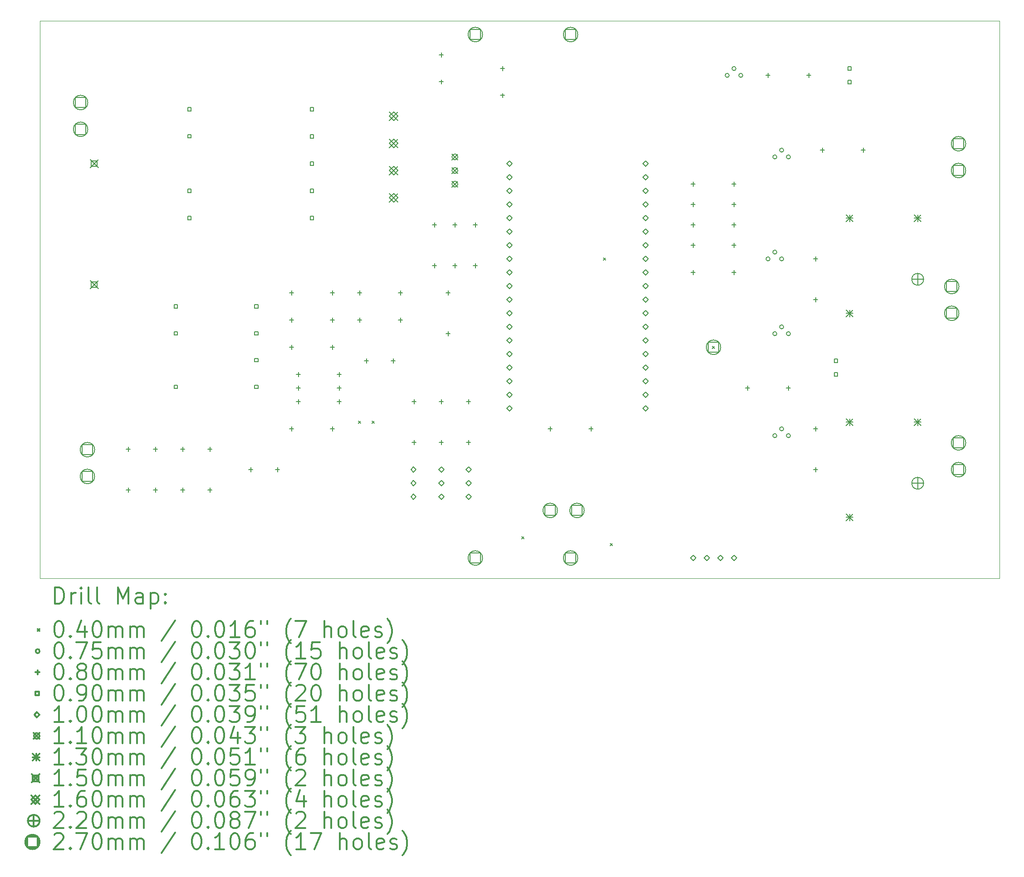
<source format=gbr>
%FSLAX45Y45*%
G04 Gerber Fmt 4.5, Leading zero omitted, Abs format (unit mm)*
G04 Created by KiCad (PCBNEW (5.1.5)-3) date 2020-12-14 09:37:36*
%MOMM*%
%LPD*%
G04 APERTURE LIST*
%TA.AperFunction,Profile*%
%ADD10C,0.050000*%
%TD*%
%ADD11C,0.200000*%
%ADD12C,0.300000*%
G04 APERTURE END LIST*
D10*
X2921000Y-15494000D02*
X2921000Y-5080000D01*
X20828000Y-15494000D02*
X2921000Y-15494000D01*
X20828000Y-5080000D02*
X20828000Y-15494000D01*
X2921000Y-5080000D02*
X20828000Y-5080000D01*
D11*
X8870000Y-12553000D02*
X8910000Y-12593000D01*
X8910000Y-12553000D02*
X8870000Y-12593000D01*
X9124000Y-12553000D02*
X9164000Y-12593000D01*
X9164000Y-12553000D02*
X9124000Y-12593000D01*
X11918000Y-14712000D02*
X11958000Y-14752000D01*
X11958000Y-14712000D02*
X11918000Y-14752000D01*
X13442000Y-9505000D02*
X13482000Y-9545000D01*
X13482000Y-9505000D02*
X13442000Y-9545000D01*
X13569000Y-14839000D02*
X13609000Y-14879000D01*
X13609000Y-14839000D02*
X13569000Y-14879000D01*
X15474000Y-11156000D02*
X15514000Y-11196000D01*
X15514000Y-11156000D02*
X15474000Y-11196000D01*
X15474000Y-11156000D02*
X15514000Y-11196000D01*
X15514000Y-11156000D02*
X15474000Y-11196000D01*
X16674500Y-7620000D02*
G75*
G03X16674500Y-7620000I-37500J0D01*
G01*
X16801500Y-7493000D02*
G75*
G03X16801500Y-7493000I-37500J0D01*
G01*
X16928500Y-7620000D02*
G75*
G03X16928500Y-7620000I-37500J0D01*
G01*
X16547500Y-9525000D02*
G75*
G03X16547500Y-9525000I-37500J0D01*
G01*
X16674500Y-9398000D02*
G75*
G03X16674500Y-9398000I-37500J0D01*
G01*
X16801500Y-9525000D02*
G75*
G03X16801500Y-9525000I-37500J0D01*
G01*
X15785500Y-6096000D02*
G75*
G03X15785500Y-6096000I-37500J0D01*
G01*
X15912500Y-5969000D02*
G75*
G03X15912500Y-5969000I-37500J0D01*
G01*
X16039500Y-6096000D02*
G75*
G03X16039500Y-6096000I-37500J0D01*
G01*
X16674500Y-10922000D02*
G75*
G03X16674500Y-10922000I-37500J0D01*
G01*
X16801500Y-10795000D02*
G75*
G03X16801500Y-10795000I-37500J0D01*
G01*
X16928500Y-10922000D02*
G75*
G03X16928500Y-10922000I-37500J0D01*
G01*
X16674500Y-12827000D02*
G75*
G03X16674500Y-12827000I-37500J0D01*
G01*
X16801500Y-12700000D02*
G75*
G03X16801500Y-12700000I-37500J0D01*
G01*
X16928500Y-12827000D02*
G75*
G03X16928500Y-12827000I-37500J0D01*
G01*
X12446000Y-12660000D02*
X12446000Y-12740000D01*
X12406000Y-12700000D02*
X12486000Y-12700000D01*
X13208000Y-12660000D02*
X13208000Y-12740000D01*
X13168000Y-12700000D02*
X13248000Y-12700000D01*
X10922000Y-12152000D02*
X10922000Y-12232000D01*
X10882000Y-12192000D02*
X10962000Y-12192000D01*
X10922000Y-12914000D02*
X10922000Y-12994000D01*
X10882000Y-12954000D02*
X10962000Y-12954000D01*
X8890000Y-10628000D02*
X8890000Y-10708000D01*
X8850000Y-10668000D02*
X8930000Y-10668000D01*
X9652000Y-10628000D02*
X9652000Y-10708000D01*
X9612000Y-10668000D02*
X9692000Y-10668000D01*
X11049000Y-8850000D02*
X11049000Y-8930000D01*
X11009000Y-8890000D02*
X11089000Y-8890000D01*
X11049000Y-9612000D02*
X11049000Y-9692000D01*
X11009000Y-9652000D02*
X11089000Y-9652000D01*
X16129000Y-11898000D02*
X16129000Y-11978000D01*
X16089000Y-11938000D02*
X16169000Y-11938000D01*
X16891000Y-11898000D02*
X16891000Y-11978000D01*
X16851000Y-11938000D02*
X16931000Y-11938000D01*
X8890000Y-10120000D02*
X8890000Y-10200000D01*
X8850000Y-10160000D02*
X8930000Y-10160000D01*
X9652000Y-10120000D02*
X9652000Y-10200000D01*
X9612000Y-10160000D02*
X9692000Y-10160000D01*
X7620000Y-10628000D02*
X7620000Y-10708000D01*
X7580000Y-10668000D02*
X7660000Y-10668000D01*
X8382000Y-10628000D02*
X8382000Y-10708000D01*
X8342000Y-10668000D02*
X8422000Y-10668000D01*
X5080000Y-13041000D02*
X5080000Y-13121000D01*
X5040000Y-13081000D02*
X5120000Y-13081000D01*
X5080000Y-13803000D02*
X5080000Y-13883000D01*
X5040000Y-13843000D02*
X5120000Y-13843000D01*
X10541000Y-10120000D02*
X10541000Y-10200000D01*
X10501000Y-10160000D02*
X10581000Y-10160000D01*
X10541000Y-10882000D02*
X10541000Y-10962000D01*
X10501000Y-10922000D02*
X10581000Y-10922000D01*
X15113000Y-8469000D02*
X15113000Y-8549000D01*
X15073000Y-8509000D02*
X15153000Y-8509000D01*
X15875000Y-8469000D02*
X15875000Y-8549000D01*
X15835000Y-8509000D02*
X15915000Y-8509000D01*
X15113000Y-9739000D02*
X15113000Y-9819000D01*
X15073000Y-9779000D02*
X15153000Y-9779000D01*
X15875000Y-9739000D02*
X15875000Y-9819000D01*
X15835000Y-9779000D02*
X15915000Y-9779000D01*
X5588000Y-13041000D02*
X5588000Y-13121000D01*
X5548000Y-13081000D02*
X5628000Y-13081000D01*
X5588000Y-13803000D02*
X5588000Y-13883000D01*
X5548000Y-13843000D02*
X5628000Y-13843000D01*
X9017000Y-11390000D02*
X9017000Y-11470000D01*
X8977000Y-11430000D02*
X9057000Y-11430000D01*
X9517000Y-11390000D02*
X9517000Y-11470000D01*
X9477000Y-11430000D02*
X9557000Y-11430000D01*
X10287000Y-8850000D02*
X10287000Y-8930000D01*
X10247000Y-8890000D02*
X10327000Y-8890000D01*
X10287000Y-9612000D02*
X10287000Y-9692000D01*
X10247000Y-9652000D02*
X10327000Y-9652000D01*
X7620000Y-11136000D02*
X7620000Y-11216000D01*
X7580000Y-11176000D02*
X7660000Y-11176000D01*
X8382000Y-11136000D02*
X8382000Y-11216000D01*
X8342000Y-11176000D02*
X8422000Y-11176000D01*
X16510000Y-6056000D02*
X16510000Y-6136000D01*
X16470000Y-6096000D02*
X16550000Y-6096000D01*
X17272000Y-6056000D02*
X17272000Y-6136000D01*
X17232000Y-6096000D02*
X17312000Y-6096000D01*
X6096000Y-13041000D02*
X6096000Y-13121000D01*
X6056000Y-13081000D02*
X6136000Y-13081000D01*
X6096000Y-13803000D02*
X6096000Y-13883000D01*
X6056000Y-13843000D02*
X6136000Y-13843000D01*
X6858000Y-13422000D02*
X6858000Y-13502000D01*
X6818000Y-13462000D02*
X6898000Y-13462000D01*
X7358000Y-13422000D02*
X7358000Y-13502000D01*
X7318000Y-13462000D02*
X7398000Y-13462000D01*
X11557000Y-5929000D02*
X11557000Y-6009000D01*
X11517000Y-5969000D02*
X11597000Y-5969000D01*
X11557000Y-6429000D02*
X11557000Y-6509000D01*
X11517000Y-6469000D02*
X11597000Y-6469000D01*
X15113000Y-8850000D02*
X15113000Y-8930000D01*
X15073000Y-8890000D02*
X15153000Y-8890000D01*
X15875000Y-8850000D02*
X15875000Y-8930000D01*
X15835000Y-8890000D02*
X15915000Y-8890000D01*
X7620000Y-10120000D02*
X7620000Y-10200000D01*
X7580000Y-10160000D02*
X7660000Y-10160000D01*
X8382000Y-10120000D02*
X8382000Y-10200000D01*
X8342000Y-10160000D02*
X8422000Y-10160000D01*
X17399000Y-9485000D02*
X17399000Y-9565000D01*
X17359000Y-9525000D02*
X17439000Y-9525000D01*
X17399000Y-10247000D02*
X17399000Y-10327000D01*
X17359000Y-10287000D02*
X17439000Y-10287000D01*
X10414000Y-5675000D02*
X10414000Y-5755000D01*
X10374000Y-5715000D02*
X10454000Y-5715000D01*
X10414000Y-6175000D02*
X10414000Y-6255000D01*
X10374000Y-6215000D02*
X10454000Y-6215000D01*
X9906000Y-12152000D02*
X9906000Y-12232000D01*
X9866000Y-12192000D02*
X9946000Y-12192000D01*
X9906000Y-12914000D02*
X9906000Y-12994000D01*
X9866000Y-12954000D02*
X9946000Y-12954000D01*
X17399000Y-12660000D02*
X17399000Y-12740000D01*
X17359000Y-12700000D02*
X17439000Y-12700000D01*
X17399000Y-13422000D02*
X17399000Y-13502000D01*
X17359000Y-13462000D02*
X17439000Y-13462000D01*
X7747000Y-11644000D02*
X7747000Y-11724000D01*
X7707000Y-11684000D02*
X7787000Y-11684000D01*
X7747000Y-11898000D02*
X7747000Y-11978000D01*
X7707000Y-11938000D02*
X7787000Y-11938000D01*
X7747000Y-12152000D02*
X7747000Y-12232000D01*
X7707000Y-12192000D02*
X7787000Y-12192000D01*
X8509000Y-11644000D02*
X8509000Y-11724000D01*
X8469000Y-11684000D02*
X8549000Y-11684000D01*
X8509000Y-11898000D02*
X8509000Y-11978000D01*
X8469000Y-11938000D02*
X8549000Y-11938000D01*
X8509000Y-12152000D02*
X8509000Y-12232000D01*
X8469000Y-12192000D02*
X8549000Y-12192000D01*
X4572000Y-13041000D02*
X4572000Y-13121000D01*
X4532000Y-13081000D02*
X4612000Y-13081000D01*
X4572000Y-13803000D02*
X4572000Y-13883000D01*
X4532000Y-13843000D02*
X4612000Y-13843000D01*
X10668000Y-8850000D02*
X10668000Y-8930000D01*
X10628000Y-8890000D02*
X10708000Y-8890000D01*
X10668000Y-9612000D02*
X10668000Y-9692000D01*
X10628000Y-9652000D02*
X10708000Y-9652000D01*
X15113000Y-8088000D02*
X15113000Y-8168000D01*
X15073000Y-8128000D02*
X15153000Y-8128000D01*
X15875000Y-8088000D02*
X15875000Y-8168000D01*
X15835000Y-8128000D02*
X15915000Y-8128000D01*
X17526000Y-7453000D02*
X17526000Y-7533000D01*
X17486000Y-7493000D02*
X17566000Y-7493000D01*
X18288000Y-7453000D02*
X18288000Y-7533000D01*
X18248000Y-7493000D02*
X18328000Y-7493000D01*
X10414000Y-12152000D02*
X10414000Y-12232000D01*
X10374000Y-12192000D02*
X10454000Y-12192000D01*
X10414000Y-12914000D02*
X10414000Y-12994000D01*
X10374000Y-12954000D02*
X10454000Y-12954000D01*
X7620000Y-12660000D02*
X7620000Y-12740000D01*
X7580000Y-12700000D02*
X7660000Y-12700000D01*
X8382000Y-12660000D02*
X8382000Y-12740000D01*
X8342000Y-12700000D02*
X8422000Y-12700000D01*
X15113000Y-9231000D02*
X15113000Y-9311000D01*
X15073000Y-9271000D02*
X15153000Y-9271000D01*
X15875000Y-9231000D02*
X15875000Y-9311000D01*
X15835000Y-9271000D02*
X15915000Y-9271000D01*
X5746820Y-6762820D02*
X5746820Y-6699180D01*
X5683180Y-6699180D01*
X5683180Y-6762820D01*
X5746820Y-6762820D01*
X5746820Y-7262820D02*
X5746820Y-7199180D01*
X5683180Y-7199180D01*
X5683180Y-7262820D01*
X5746820Y-7262820D01*
X5746820Y-8286820D02*
X5746820Y-8223180D01*
X5683180Y-8223180D01*
X5683180Y-8286820D01*
X5746820Y-8286820D01*
X5746820Y-8794820D02*
X5746820Y-8731180D01*
X5683180Y-8731180D01*
X5683180Y-8794820D01*
X5746820Y-8794820D01*
X8032820Y-6762820D02*
X8032820Y-6699180D01*
X7969180Y-6699180D01*
X7969180Y-6762820D01*
X8032820Y-6762820D01*
X8032820Y-7270820D02*
X8032820Y-7207180D01*
X7969180Y-7207180D01*
X7969180Y-7270820D01*
X8032820Y-7270820D01*
X8032820Y-7778820D02*
X8032820Y-7715180D01*
X7969180Y-7715180D01*
X7969180Y-7778820D01*
X8032820Y-7778820D01*
X8032820Y-8286820D02*
X8032820Y-8223180D01*
X7969180Y-8223180D01*
X7969180Y-8286820D01*
X8032820Y-8286820D01*
X8032820Y-8794820D02*
X8032820Y-8731180D01*
X7969180Y-8731180D01*
X7969180Y-8794820D01*
X8032820Y-8794820D01*
X17811820Y-11461820D02*
X17811820Y-11398180D01*
X17748180Y-11398180D01*
X17748180Y-11461820D01*
X17811820Y-11461820D01*
X17811820Y-11715820D02*
X17811820Y-11652180D01*
X17748180Y-11652180D01*
X17748180Y-11715820D01*
X17811820Y-11715820D01*
X5492820Y-10445820D02*
X5492820Y-10382180D01*
X5429180Y-10382180D01*
X5429180Y-10445820D01*
X5492820Y-10445820D01*
X5492820Y-10945820D02*
X5492820Y-10882180D01*
X5429180Y-10882180D01*
X5429180Y-10945820D01*
X5492820Y-10945820D01*
X5492820Y-11945820D02*
X5492820Y-11882180D01*
X5429180Y-11882180D01*
X5429180Y-11945820D01*
X5492820Y-11945820D01*
X6992820Y-10445820D02*
X6992820Y-10382180D01*
X6929180Y-10382180D01*
X6929180Y-10445820D01*
X6992820Y-10445820D01*
X6992820Y-10945820D02*
X6992820Y-10882180D01*
X6929180Y-10882180D01*
X6929180Y-10945820D01*
X6992820Y-10945820D01*
X6992820Y-11445820D02*
X6992820Y-11382180D01*
X6929180Y-11382180D01*
X6929180Y-11445820D01*
X6992820Y-11445820D01*
X6992820Y-11945820D02*
X6992820Y-11882180D01*
X6929180Y-11882180D01*
X6929180Y-11945820D01*
X6992820Y-11945820D01*
X18065820Y-6000820D02*
X18065820Y-5937180D01*
X18002180Y-5937180D01*
X18002180Y-6000820D01*
X18065820Y-6000820D01*
X18065820Y-6254820D02*
X18065820Y-6191180D01*
X18002180Y-6191180D01*
X18002180Y-6254820D01*
X18065820Y-6254820D01*
X10414000Y-13512000D02*
X10464000Y-13462000D01*
X10414000Y-13412000D01*
X10364000Y-13462000D01*
X10414000Y-13512000D01*
X10414000Y-13766000D02*
X10464000Y-13716000D01*
X10414000Y-13666000D01*
X10364000Y-13716000D01*
X10414000Y-13766000D01*
X10414000Y-14020000D02*
X10464000Y-13970000D01*
X10414000Y-13920000D01*
X10364000Y-13970000D01*
X10414000Y-14020000D01*
X11684000Y-7797000D02*
X11734000Y-7747000D01*
X11684000Y-7697000D01*
X11634000Y-7747000D01*
X11684000Y-7797000D01*
X11684000Y-8051000D02*
X11734000Y-8001000D01*
X11684000Y-7951000D01*
X11634000Y-8001000D01*
X11684000Y-8051000D01*
X11684000Y-8305000D02*
X11734000Y-8255000D01*
X11684000Y-8205000D01*
X11634000Y-8255000D01*
X11684000Y-8305000D01*
X11684000Y-8559000D02*
X11734000Y-8509000D01*
X11684000Y-8459000D01*
X11634000Y-8509000D01*
X11684000Y-8559000D01*
X11684000Y-8813000D02*
X11734000Y-8763000D01*
X11684000Y-8713000D01*
X11634000Y-8763000D01*
X11684000Y-8813000D01*
X11684000Y-9067000D02*
X11734000Y-9017000D01*
X11684000Y-8967000D01*
X11634000Y-9017000D01*
X11684000Y-9067000D01*
X11684000Y-9321000D02*
X11734000Y-9271000D01*
X11684000Y-9221000D01*
X11634000Y-9271000D01*
X11684000Y-9321000D01*
X11684000Y-9575000D02*
X11734000Y-9525000D01*
X11684000Y-9475000D01*
X11634000Y-9525000D01*
X11684000Y-9575000D01*
X11684000Y-9829000D02*
X11734000Y-9779000D01*
X11684000Y-9729000D01*
X11634000Y-9779000D01*
X11684000Y-9829000D01*
X11684000Y-10083000D02*
X11734000Y-10033000D01*
X11684000Y-9983000D01*
X11634000Y-10033000D01*
X11684000Y-10083000D01*
X11684000Y-10337000D02*
X11734000Y-10287000D01*
X11684000Y-10237000D01*
X11634000Y-10287000D01*
X11684000Y-10337000D01*
X11684000Y-10591000D02*
X11734000Y-10541000D01*
X11684000Y-10491000D01*
X11634000Y-10541000D01*
X11684000Y-10591000D01*
X11684000Y-10845000D02*
X11734000Y-10795000D01*
X11684000Y-10745000D01*
X11634000Y-10795000D01*
X11684000Y-10845000D01*
X11684000Y-11099000D02*
X11734000Y-11049000D01*
X11684000Y-10999000D01*
X11634000Y-11049000D01*
X11684000Y-11099000D01*
X11684000Y-11353000D02*
X11734000Y-11303000D01*
X11684000Y-11253000D01*
X11634000Y-11303000D01*
X11684000Y-11353000D01*
X11684000Y-11607000D02*
X11734000Y-11557000D01*
X11684000Y-11507000D01*
X11634000Y-11557000D01*
X11684000Y-11607000D01*
X11684000Y-11861000D02*
X11734000Y-11811000D01*
X11684000Y-11761000D01*
X11634000Y-11811000D01*
X11684000Y-11861000D01*
X11684000Y-12115000D02*
X11734000Y-12065000D01*
X11684000Y-12015000D01*
X11634000Y-12065000D01*
X11684000Y-12115000D01*
X11684000Y-12369000D02*
X11734000Y-12319000D01*
X11684000Y-12269000D01*
X11634000Y-12319000D01*
X11684000Y-12369000D01*
X14224000Y-7797000D02*
X14274000Y-7747000D01*
X14224000Y-7697000D01*
X14174000Y-7747000D01*
X14224000Y-7797000D01*
X14224000Y-8051000D02*
X14274000Y-8001000D01*
X14224000Y-7951000D01*
X14174000Y-8001000D01*
X14224000Y-8051000D01*
X14224000Y-8305000D02*
X14274000Y-8255000D01*
X14224000Y-8205000D01*
X14174000Y-8255000D01*
X14224000Y-8305000D01*
X14224000Y-8559000D02*
X14274000Y-8509000D01*
X14224000Y-8459000D01*
X14174000Y-8509000D01*
X14224000Y-8559000D01*
X14224000Y-8813000D02*
X14274000Y-8763000D01*
X14224000Y-8713000D01*
X14174000Y-8763000D01*
X14224000Y-8813000D01*
X14224000Y-9067000D02*
X14274000Y-9017000D01*
X14224000Y-8967000D01*
X14174000Y-9017000D01*
X14224000Y-9067000D01*
X14224000Y-9321000D02*
X14274000Y-9271000D01*
X14224000Y-9221000D01*
X14174000Y-9271000D01*
X14224000Y-9321000D01*
X14224000Y-9575000D02*
X14274000Y-9525000D01*
X14224000Y-9475000D01*
X14174000Y-9525000D01*
X14224000Y-9575000D01*
X14224000Y-9829000D02*
X14274000Y-9779000D01*
X14224000Y-9729000D01*
X14174000Y-9779000D01*
X14224000Y-9829000D01*
X14224000Y-10083000D02*
X14274000Y-10033000D01*
X14224000Y-9983000D01*
X14174000Y-10033000D01*
X14224000Y-10083000D01*
X14224000Y-10337000D02*
X14274000Y-10287000D01*
X14224000Y-10237000D01*
X14174000Y-10287000D01*
X14224000Y-10337000D01*
X14224000Y-10591000D02*
X14274000Y-10541000D01*
X14224000Y-10491000D01*
X14174000Y-10541000D01*
X14224000Y-10591000D01*
X14224000Y-10845000D02*
X14274000Y-10795000D01*
X14224000Y-10745000D01*
X14174000Y-10795000D01*
X14224000Y-10845000D01*
X14224000Y-11099000D02*
X14274000Y-11049000D01*
X14224000Y-10999000D01*
X14174000Y-11049000D01*
X14224000Y-11099000D01*
X14224000Y-11353000D02*
X14274000Y-11303000D01*
X14224000Y-11253000D01*
X14174000Y-11303000D01*
X14224000Y-11353000D01*
X14224000Y-11607000D02*
X14274000Y-11557000D01*
X14224000Y-11507000D01*
X14174000Y-11557000D01*
X14224000Y-11607000D01*
X14224000Y-11861000D02*
X14274000Y-11811000D01*
X14224000Y-11761000D01*
X14174000Y-11811000D01*
X14224000Y-11861000D01*
X14224000Y-12115000D02*
X14274000Y-12065000D01*
X14224000Y-12015000D01*
X14174000Y-12065000D01*
X14224000Y-12115000D01*
X14224000Y-12369000D02*
X14274000Y-12319000D01*
X14224000Y-12269000D01*
X14174000Y-12319000D01*
X14224000Y-12369000D01*
X9895500Y-13512000D02*
X9945500Y-13462000D01*
X9895500Y-13412000D01*
X9845500Y-13462000D01*
X9895500Y-13512000D01*
X9895500Y-13766000D02*
X9945500Y-13716000D01*
X9895500Y-13666000D01*
X9845500Y-13716000D01*
X9895500Y-13766000D01*
X9895500Y-14020000D02*
X9945500Y-13970000D01*
X9895500Y-13920000D01*
X9845500Y-13970000D01*
X9895500Y-14020000D01*
X15113000Y-15163000D02*
X15163000Y-15113000D01*
X15113000Y-15063000D01*
X15063000Y-15113000D01*
X15113000Y-15163000D01*
X15367000Y-15163000D02*
X15417000Y-15113000D01*
X15367000Y-15063000D01*
X15317000Y-15113000D01*
X15367000Y-15163000D01*
X15621000Y-15163000D02*
X15671000Y-15113000D01*
X15621000Y-15063000D01*
X15571000Y-15113000D01*
X15621000Y-15163000D01*
X15875000Y-15163000D02*
X15925000Y-15113000D01*
X15875000Y-15063000D01*
X15825000Y-15113000D01*
X15875000Y-15163000D01*
X10922000Y-13512000D02*
X10972000Y-13462000D01*
X10922000Y-13412000D01*
X10872000Y-13462000D01*
X10922000Y-13512000D01*
X10922000Y-13766000D02*
X10972000Y-13716000D01*
X10922000Y-13666000D01*
X10872000Y-13716000D01*
X10922000Y-13766000D01*
X10922000Y-14020000D02*
X10972000Y-13970000D01*
X10922000Y-13920000D01*
X10872000Y-13970000D01*
X10922000Y-14020000D01*
X10613000Y-7565000D02*
X10723000Y-7675000D01*
X10723000Y-7565000D02*
X10613000Y-7675000D01*
X10723000Y-7620000D02*
G75*
G03X10723000Y-7620000I-55000J0D01*
G01*
X10613000Y-7819000D02*
X10723000Y-7929000D01*
X10723000Y-7819000D02*
X10613000Y-7929000D01*
X10723000Y-7874000D02*
G75*
G03X10723000Y-7874000I-55000J0D01*
G01*
X10613000Y-8073000D02*
X10723000Y-8183000D01*
X10723000Y-8073000D02*
X10613000Y-8183000D01*
X10723000Y-8128000D02*
G75*
G03X10723000Y-8128000I-55000J0D01*
G01*
X17969000Y-8698000D02*
X18099000Y-8828000D01*
X18099000Y-8698000D02*
X17969000Y-8828000D01*
X18034000Y-8698000D02*
X18034000Y-8828000D01*
X17969000Y-8763000D02*
X18099000Y-8763000D01*
X17969000Y-10476000D02*
X18099000Y-10606000D01*
X18099000Y-10476000D02*
X17969000Y-10606000D01*
X18034000Y-10476000D02*
X18034000Y-10606000D01*
X17969000Y-10541000D02*
X18099000Y-10541000D01*
X19239000Y-8698000D02*
X19369000Y-8828000D01*
X19369000Y-8698000D02*
X19239000Y-8828000D01*
X19304000Y-8698000D02*
X19304000Y-8828000D01*
X19239000Y-8763000D02*
X19369000Y-8763000D01*
X17969000Y-12508000D02*
X18099000Y-12638000D01*
X18099000Y-12508000D02*
X17969000Y-12638000D01*
X18034000Y-12508000D02*
X18034000Y-12638000D01*
X17969000Y-12573000D02*
X18099000Y-12573000D01*
X17969000Y-14286000D02*
X18099000Y-14416000D01*
X18099000Y-14286000D02*
X17969000Y-14416000D01*
X18034000Y-14286000D02*
X18034000Y-14416000D01*
X17969000Y-14351000D02*
X18099000Y-14351000D01*
X19239000Y-12508000D02*
X19369000Y-12638000D01*
X19369000Y-12508000D02*
X19239000Y-12638000D01*
X19304000Y-12508000D02*
X19304000Y-12638000D01*
X19239000Y-12573000D02*
X19369000Y-12573000D01*
X3862000Y-7672000D02*
X4012000Y-7822000D01*
X4012000Y-7672000D02*
X3862000Y-7822000D01*
X3990033Y-7800033D02*
X3990033Y-7693966D01*
X3883966Y-7693966D01*
X3883966Y-7800033D01*
X3990033Y-7800033D01*
X3862000Y-9932000D02*
X4012000Y-10082000D01*
X4012000Y-9932000D02*
X3862000Y-10082000D01*
X3990033Y-10060034D02*
X3990033Y-9953967D01*
X3883966Y-9953967D01*
X3883966Y-10060034D01*
X3990033Y-10060034D01*
X9445000Y-6778000D02*
X9605000Y-6938000D01*
X9605000Y-6778000D02*
X9445000Y-6938000D01*
X9525000Y-6938000D02*
X9605000Y-6858000D01*
X9525000Y-6778000D01*
X9445000Y-6858000D01*
X9525000Y-6938000D01*
X9445000Y-7286000D02*
X9605000Y-7446000D01*
X9605000Y-7286000D02*
X9445000Y-7446000D01*
X9525000Y-7446000D02*
X9605000Y-7366000D01*
X9525000Y-7286000D01*
X9445000Y-7366000D01*
X9525000Y-7446000D01*
X9445000Y-7794000D02*
X9605000Y-7954000D01*
X9605000Y-7794000D02*
X9445000Y-7954000D01*
X9525000Y-7954000D02*
X9605000Y-7874000D01*
X9525000Y-7794000D01*
X9445000Y-7874000D01*
X9525000Y-7954000D01*
X9445000Y-8302000D02*
X9605000Y-8462000D01*
X9605000Y-8302000D02*
X9445000Y-8462000D01*
X9525000Y-8462000D02*
X9605000Y-8382000D01*
X9525000Y-8302000D01*
X9445000Y-8382000D01*
X9525000Y-8462000D01*
X19304000Y-9796000D02*
X19304000Y-10016000D01*
X19194000Y-9906000D02*
X19414000Y-9906000D01*
X19414000Y-9906000D02*
G75*
G03X19414000Y-9906000I-110000J0D01*
G01*
X19304000Y-13606000D02*
X19304000Y-13826000D01*
X19194000Y-13716000D02*
X19414000Y-13716000D01*
X19414000Y-13716000D02*
G75*
G03X19414000Y-13716000I-110000J0D01*
G01*
X11144460Y-5429460D02*
X11144460Y-5238540D01*
X10953540Y-5238540D01*
X10953540Y-5429460D01*
X11144460Y-5429460D01*
X11184000Y-5334000D02*
G75*
G03X11184000Y-5334000I-135000J0D01*
G01*
X11144460Y-15208460D02*
X11144460Y-15017540D01*
X10953540Y-15017540D01*
X10953540Y-15208460D01*
X11144460Y-15208460D01*
X11184000Y-15113000D02*
G75*
G03X11184000Y-15113000I-135000J0D01*
G01*
X12922460Y-5429460D02*
X12922460Y-5238540D01*
X12731540Y-5238540D01*
X12731540Y-5429460D01*
X12922460Y-5429460D01*
X12962000Y-5334000D02*
G75*
G03X12962000Y-5334000I-135000J0D01*
G01*
X12922460Y-15208460D02*
X12922460Y-15017540D01*
X12731540Y-15017540D01*
X12731540Y-15208460D01*
X12922460Y-15208460D01*
X12962000Y-15113000D02*
G75*
G03X12962000Y-15113000I-135000J0D01*
G01*
X15589460Y-11271460D02*
X15589460Y-11080540D01*
X15398540Y-11080540D01*
X15398540Y-11271460D01*
X15589460Y-11271460D01*
X15629000Y-11176000D02*
G75*
G03X15629000Y-11176000I-135000J0D01*
G01*
X20034460Y-10136460D02*
X20034460Y-9945540D01*
X19843540Y-9945540D01*
X19843540Y-10136460D01*
X20034460Y-10136460D01*
X20074000Y-10041000D02*
G75*
G03X20074000Y-10041000I-135000J0D01*
G01*
X20034460Y-10636460D02*
X20034460Y-10445540D01*
X19843540Y-10445540D01*
X19843540Y-10636460D01*
X20034460Y-10636460D01*
X20074000Y-10541000D02*
G75*
G03X20074000Y-10541000I-135000J0D01*
G01*
X20161460Y-7469460D02*
X20161460Y-7278540D01*
X19970540Y-7278540D01*
X19970540Y-7469460D01*
X20161460Y-7469460D01*
X20201000Y-7374000D02*
G75*
G03X20201000Y-7374000I-135000J0D01*
G01*
X20161460Y-7969460D02*
X20161460Y-7778540D01*
X19970540Y-7778540D01*
X19970540Y-7969460D01*
X20161460Y-7969460D01*
X20201000Y-7874000D02*
G75*
G03X20201000Y-7874000I-135000J0D01*
G01*
X12541460Y-14319460D02*
X12541460Y-14128540D01*
X12350540Y-14128540D01*
X12350540Y-14319460D01*
X12541460Y-14319460D01*
X12581000Y-14224000D02*
G75*
G03X12581000Y-14224000I-135000J0D01*
G01*
X13041460Y-14319460D02*
X13041460Y-14128540D01*
X12850540Y-14128540D01*
X12850540Y-14319460D01*
X13041460Y-14319460D01*
X13081000Y-14224000D02*
G75*
G03X13081000Y-14224000I-135000J0D01*
G01*
X3778460Y-6699460D02*
X3778460Y-6508540D01*
X3587540Y-6508540D01*
X3587540Y-6699460D01*
X3778460Y-6699460D01*
X3818000Y-6604000D02*
G75*
G03X3818000Y-6604000I-135000J0D01*
G01*
X3778460Y-7199460D02*
X3778460Y-7008540D01*
X3587540Y-7008540D01*
X3587540Y-7199460D01*
X3778460Y-7199460D01*
X3818000Y-7104000D02*
G75*
G03X3818000Y-7104000I-135000J0D01*
G01*
X3905460Y-13184460D02*
X3905460Y-12993540D01*
X3714540Y-12993540D01*
X3714540Y-13184460D01*
X3905460Y-13184460D01*
X3945000Y-13089000D02*
G75*
G03X3945000Y-13089000I-135000J0D01*
G01*
X3905460Y-13684460D02*
X3905460Y-13493540D01*
X3714540Y-13493540D01*
X3714540Y-13684460D01*
X3905460Y-13684460D01*
X3945000Y-13589000D02*
G75*
G03X3945000Y-13589000I-135000J0D01*
G01*
X20161460Y-13057460D02*
X20161460Y-12866540D01*
X19970540Y-12866540D01*
X19970540Y-13057460D01*
X20161460Y-13057460D01*
X20201000Y-12962000D02*
G75*
G03X20201000Y-12962000I-135000J0D01*
G01*
X20161460Y-13557460D02*
X20161460Y-13366540D01*
X19970540Y-13366540D01*
X19970540Y-13557460D01*
X20161460Y-13557460D01*
X20201000Y-13462000D02*
G75*
G03X20201000Y-13462000I-135000J0D01*
G01*
D12*
X3204928Y-15962214D02*
X3204928Y-15662214D01*
X3276357Y-15662214D01*
X3319214Y-15676500D01*
X3347786Y-15705071D01*
X3362071Y-15733643D01*
X3376357Y-15790786D01*
X3376357Y-15833643D01*
X3362071Y-15890786D01*
X3347786Y-15919357D01*
X3319214Y-15947929D01*
X3276357Y-15962214D01*
X3204928Y-15962214D01*
X3504928Y-15962214D02*
X3504928Y-15762214D01*
X3504928Y-15819357D02*
X3519214Y-15790786D01*
X3533500Y-15776500D01*
X3562071Y-15762214D01*
X3590643Y-15762214D01*
X3690643Y-15962214D02*
X3690643Y-15762214D01*
X3690643Y-15662214D02*
X3676357Y-15676500D01*
X3690643Y-15690786D01*
X3704928Y-15676500D01*
X3690643Y-15662214D01*
X3690643Y-15690786D01*
X3876357Y-15962214D02*
X3847786Y-15947929D01*
X3833500Y-15919357D01*
X3833500Y-15662214D01*
X4033500Y-15962214D02*
X4004928Y-15947929D01*
X3990643Y-15919357D01*
X3990643Y-15662214D01*
X4376357Y-15962214D02*
X4376357Y-15662214D01*
X4476357Y-15876500D01*
X4576357Y-15662214D01*
X4576357Y-15962214D01*
X4847786Y-15962214D02*
X4847786Y-15805071D01*
X4833500Y-15776500D01*
X4804928Y-15762214D01*
X4747786Y-15762214D01*
X4719214Y-15776500D01*
X4847786Y-15947929D02*
X4819214Y-15962214D01*
X4747786Y-15962214D01*
X4719214Y-15947929D01*
X4704928Y-15919357D01*
X4704928Y-15890786D01*
X4719214Y-15862214D01*
X4747786Y-15847929D01*
X4819214Y-15847929D01*
X4847786Y-15833643D01*
X4990643Y-15762214D02*
X4990643Y-16062214D01*
X4990643Y-15776500D02*
X5019214Y-15762214D01*
X5076357Y-15762214D01*
X5104928Y-15776500D01*
X5119214Y-15790786D01*
X5133500Y-15819357D01*
X5133500Y-15905071D01*
X5119214Y-15933643D01*
X5104928Y-15947929D01*
X5076357Y-15962214D01*
X5019214Y-15962214D01*
X4990643Y-15947929D01*
X5262071Y-15933643D02*
X5276357Y-15947929D01*
X5262071Y-15962214D01*
X5247786Y-15947929D01*
X5262071Y-15933643D01*
X5262071Y-15962214D01*
X5262071Y-15776500D02*
X5276357Y-15790786D01*
X5262071Y-15805071D01*
X5247786Y-15790786D01*
X5262071Y-15776500D01*
X5262071Y-15805071D01*
X2878500Y-16436500D02*
X2918500Y-16476500D01*
X2918500Y-16436500D02*
X2878500Y-16476500D01*
X3262071Y-16292214D02*
X3290643Y-16292214D01*
X3319214Y-16306500D01*
X3333500Y-16320786D01*
X3347786Y-16349357D01*
X3362071Y-16406500D01*
X3362071Y-16477929D01*
X3347786Y-16535071D01*
X3333500Y-16563643D01*
X3319214Y-16577929D01*
X3290643Y-16592214D01*
X3262071Y-16592214D01*
X3233500Y-16577929D01*
X3219214Y-16563643D01*
X3204928Y-16535071D01*
X3190643Y-16477929D01*
X3190643Y-16406500D01*
X3204928Y-16349357D01*
X3219214Y-16320786D01*
X3233500Y-16306500D01*
X3262071Y-16292214D01*
X3490643Y-16563643D02*
X3504928Y-16577929D01*
X3490643Y-16592214D01*
X3476357Y-16577929D01*
X3490643Y-16563643D01*
X3490643Y-16592214D01*
X3762071Y-16392214D02*
X3762071Y-16592214D01*
X3690643Y-16277929D02*
X3619214Y-16492214D01*
X3804928Y-16492214D01*
X3976357Y-16292214D02*
X4004928Y-16292214D01*
X4033500Y-16306500D01*
X4047786Y-16320786D01*
X4062071Y-16349357D01*
X4076357Y-16406500D01*
X4076357Y-16477929D01*
X4062071Y-16535071D01*
X4047786Y-16563643D01*
X4033500Y-16577929D01*
X4004928Y-16592214D01*
X3976357Y-16592214D01*
X3947786Y-16577929D01*
X3933500Y-16563643D01*
X3919214Y-16535071D01*
X3904928Y-16477929D01*
X3904928Y-16406500D01*
X3919214Y-16349357D01*
X3933500Y-16320786D01*
X3947786Y-16306500D01*
X3976357Y-16292214D01*
X4204928Y-16592214D02*
X4204928Y-16392214D01*
X4204928Y-16420786D02*
X4219214Y-16406500D01*
X4247786Y-16392214D01*
X4290643Y-16392214D01*
X4319214Y-16406500D01*
X4333500Y-16435071D01*
X4333500Y-16592214D01*
X4333500Y-16435071D02*
X4347786Y-16406500D01*
X4376357Y-16392214D01*
X4419214Y-16392214D01*
X4447786Y-16406500D01*
X4462071Y-16435071D01*
X4462071Y-16592214D01*
X4604928Y-16592214D02*
X4604928Y-16392214D01*
X4604928Y-16420786D02*
X4619214Y-16406500D01*
X4647786Y-16392214D01*
X4690643Y-16392214D01*
X4719214Y-16406500D01*
X4733500Y-16435071D01*
X4733500Y-16592214D01*
X4733500Y-16435071D02*
X4747786Y-16406500D01*
X4776357Y-16392214D01*
X4819214Y-16392214D01*
X4847786Y-16406500D01*
X4862071Y-16435071D01*
X4862071Y-16592214D01*
X5447786Y-16277929D02*
X5190643Y-16663643D01*
X5833500Y-16292214D02*
X5862071Y-16292214D01*
X5890643Y-16306500D01*
X5904928Y-16320786D01*
X5919214Y-16349357D01*
X5933500Y-16406500D01*
X5933500Y-16477929D01*
X5919214Y-16535071D01*
X5904928Y-16563643D01*
X5890643Y-16577929D01*
X5862071Y-16592214D01*
X5833500Y-16592214D01*
X5804928Y-16577929D01*
X5790643Y-16563643D01*
X5776357Y-16535071D01*
X5762071Y-16477929D01*
X5762071Y-16406500D01*
X5776357Y-16349357D01*
X5790643Y-16320786D01*
X5804928Y-16306500D01*
X5833500Y-16292214D01*
X6062071Y-16563643D02*
X6076357Y-16577929D01*
X6062071Y-16592214D01*
X6047786Y-16577929D01*
X6062071Y-16563643D01*
X6062071Y-16592214D01*
X6262071Y-16292214D02*
X6290643Y-16292214D01*
X6319214Y-16306500D01*
X6333500Y-16320786D01*
X6347786Y-16349357D01*
X6362071Y-16406500D01*
X6362071Y-16477929D01*
X6347786Y-16535071D01*
X6333500Y-16563643D01*
X6319214Y-16577929D01*
X6290643Y-16592214D01*
X6262071Y-16592214D01*
X6233500Y-16577929D01*
X6219214Y-16563643D01*
X6204928Y-16535071D01*
X6190643Y-16477929D01*
X6190643Y-16406500D01*
X6204928Y-16349357D01*
X6219214Y-16320786D01*
X6233500Y-16306500D01*
X6262071Y-16292214D01*
X6647786Y-16592214D02*
X6476357Y-16592214D01*
X6562071Y-16592214D02*
X6562071Y-16292214D01*
X6533500Y-16335071D01*
X6504928Y-16363643D01*
X6476357Y-16377929D01*
X6904928Y-16292214D02*
X6847786Y-16292214D01*
X6819214Y-16306500D01*
X6804928Y-16320786D01*
X6776357Y-16363643D01*
X6762071Y-16420786D01*
X6762071Y-16535071D01*
X6776357Y-16563643D01*
X6790643Y-16577929D01*
X6819214Y-16592214D01*
X6876357Y-16592214D01*
X6904928Y-16577929D01*
X6919214Y-16563643D01*
X6933500Y-16535071D01*
X6933500Y-16463643D01*
X6919214Y-16435071D01*
X6904928Y-16420786D01*
X6876357Y-16406500D01*
X6819214Y-16406500D01*
X6790643Y-16420786D01*
X6776357Y-16435071D01*
X6762071Y-16463643D01*
X7047786Y-16292214D02*
X7047786Y-16349357D01*
X7162071Y-16292214D02*
X7162071Y-16349357D01*
X7604928Y-16706500D02*
X7590643Y-16692214D01*
X7562071Y-16649357D01*
X7547786Y-16620786D01*
X7533500Y-16577929D01*
X7519214Y-16506500D01*
X7519214Y-16449357D01*
X7533500Y-16377929D01*
X7547786Y-16335071D01*
X7562071Y-16306500D01*
X7590643Y-16263643D01*
X7604928Y-16249357D01*
X7690643Y-16292214D02*
X7890643Y-16292214D01*
X7762071Y-16592214D01*
X8233500Y-16592214D02*
X8233500Y-16292214D01*
X8362071Y-16592214D02*
X8362071Y-16435071D01*
X8347786Y-16406500D01*
X8319214Y-16392214D01*
X8276357Y-16392214D01*
X8247786Y-16406500D01*
X8233500Y-16420786D01*
X8547786Y-16592214D02*
X8519214Y-16577929D01*
X8504928Y-16563643D01*
X8490643Y-16535071D01*
X8490643Y-16449357D01*
X8504928Y-16420786D01*
X8519214Y-16406500D01*
X8547786Y-16392214D01*
X8590643Y-16392214D01*
X8619214Y-16406500D01*
X8633500Y-16420786D01*
X8647786Y-16449357D01*
X8647786Y-16535071D01*
X8633500Y-16563643D01*
X8619214Y-16577929D01*
X8590643Y-16592214D01*
X8547786Y-16592214D01*
X8819214Y-16592214D02*
X8790643Y-16577929D01*
X8776357Y-16549357D01*
X8776357Y-16292214D01*
X9047786Y-16577929D02*
X9019214Y-16592214D01*
X8962071Y-16592214D01*
X8933500Y-16577929D01*
X8919214Y-16549357D01*
X8919214Y-16435071D01*
X8933500Y-16406500D01*
X8962071Y-16392214D01*
X9019214Y-16392214D01*
X9047786Y-16406500D01*
X9062071Y-16435071D01*
X9062071Y-16463643D01*
X8919214Y-16492214D01*
X9176357Y-16577929D02*
X9204928Y-16592214D01*
X9262071Y-16592214D01*
X9290643Y-16577929D01*
X9304928Y-16549357D01*
X9304928Y-16535071D01*
X9290643Y-16506500D01*
X9262071Y-16492214D01*
X9219214Y-16492214D01*
X9190643Y-16477929D01*
X9176357Y-16449357D01*
X9176357Y-16435071D01*
X9190643Y-16406500D01*
X9219214Y-16392214D01*
X9262071Y-16392214D01*
X9290643Y-16406500D01*
X9404928Y-16706500D02*
X9419214Y-16692214D01*
X9447786Y-16649357D01*
X9462071Y-16620786D01*
X9476357Y-16577929D01*
X9490643Y-16506500D01*
X9490643Y-16449357D01*
X9476357Y-16377929D01*
X9462071Y-16335071D01*
X9447786Y-16306500D01*
X9419214Y-16263643D01*
X9404928Y-16249357D01*
X2918500Y-16852500D02*
G75*
G03X2918500Y-16852500I-37500J0D01*
G01*
X3262071Y-16688214D02*
X3290643Y-16688214D01*
X3319214Y-16702500D01*
X3333500Y-16716786D01*
X3347786Y-16745357D01*
X3362071Y-16802500D01*
X3362071Y-16873929D01*
X3347786Y-16931072D01*
X3333500Y-16959643D01*
X3319214Y-16973929D01*
X3290643Y-16988214D01*
X3262071Y-16988214D01*
X3233500Y-16973929D01*
X3219214Y-16959643D01*
X3204928Y-16931072D01*
X3190643Y-16873929D01*
X3190643Y-16802500D01*
X3204928Y-16745357D01*
X3219214Y-16716786D01*
X3233500Y-16702500D01*
X3262071Y-16688214D01*
X3490643Y-16959643D02*
X3504928Y-16973929D01*
X3490643Y-16988214D01*
X3476357Y-16973929D01*
X3490643Y-16959643D01*
X3490643Y-16988214D01*
X3604928Y-16688214D02*
X3804928Y-16688214D01*
X3676357Y-16988214D01*
X4062071Y-16688214D02*
X3919214Y-16688214D01*
X3904928Y-16831072D01*
X3919214Y-16816786D01*
X3947786Y-16802500D01*
X4019214Y-16802500D01*
X4047786Y-16816786D01*
X4062071Y-16831072D01*
X4076357Y-16859643D01*
X4076357Y-16931072D01*
X4062071Y-16959643D01*
X4047786Y-16973929D01*
X4019214Y-16988214D01*
X3947786Y-16988214D01*
X3919214Y-16973929D01*
X3904928Y-16959643D01*
X4204928Y-16988214D02*
X4204928Y-16788214D01*
X4204928Y-16816786D02*
X4219214Y-16802500D01*
X4247786Y-16788214D01*
X4290643Y-16788214D01*
X4319214Y-16802500D01*
X4333500Y-16831072D01*
X4333500Y-16988214D01*
X4333500Y-16831072D02*
X4347786Y-16802500D01*
X4376357Y-16788214D01*
X4419214Y-16788214D01*
X4447786Y-16802500D01*
X4462071Y-16831072D01*
X4462071Y-16988214D01*
X4604928Y-16988214D02*
X4604928Y-16788214D01*
X4604928Y-16816786D02*
X4619214Y-16802500D01*
X4647786Y-16788214D01*
X4690643Y-16788214D01*
X4719214Y-16802500D01*
X4733500Y-16831072D01*
X4733500Y-16988214D01*
X4733500Y-16831072D02*
X4747786Y-16802500D01*
X4776357Y-16788214D01*
X4819214Y-16788214D01*
X4847786Y-16802500D01*
X4862071Y-16831072D01*
X4862071Y-16988214D01*
X5447786Y-16673929D02*
X5190643Y-17059643D01*
X5833500Y-16688214D02*
X5862071Y-16688214D01*
X5890643Y-16702500D01*
X5904928Y-16716786D01*
X5919214Y-16745357D01*
X5933500Y-16802500D01*
X5933500Y-16873929D01*
X5919214Y-16931072D01*
X5904928Y-16959643D01*
X5890643Y-16973929D01*
X5862071Y-16988214D01*
X5833500Y-16988214D01*
X5804928Y-16973929D01*
X5790643Y-16959643D01*
X5776357Y-16931072D01*
X5762071Y-16873929D01*
X5762071Y-16802500D01*
X5776357Y-16745357D01*
X5790643Y-16716786D01*
X5804928Y-16702500D01*
X5833500Y-16688214D01*
X6062071Y-16959643D02*
X6076357Y-16973929D01*
X6062071Y-16988214D01*
X6047786Y-16973929D01*
X6062071Y-16959643D01*
X6062071Y-16988214D01*
X6262071Y-16688214D02*
X6290643Y-16688214D01*
X6319214Y-16702500D01*
X6333500Y-16716786D01*
X6347786Y-16745357D01*
X6362071Y-16802500D01*
X6362071Y-16873929D01*
X6347786Y-16931072D01*
X6333500Y-16959643D01*
X6319214Y-16973929D01*
X6290643Y-16988214D01*
X6262071Y-16988214D01*
X6233500Y-16973929D01*
X6219214Y-16959643D01*
X6204928Y-16931072D01*
X6190643Y-16873929D01*
X6190643Y-16802500D01*
X6204928Y-16745357D01*
X6219214Y-16716786D01*
X6233500Y-16702500D01*
X6262071Y-16688214D01*
X6462071Y-16688214D02*
X6647786Y-16688214D01*
X6547786Y-16802500D01*
X6590643Y-16802500D01*
X6619214Y-16816786D01*
X6633500Y-16831072D01*
X6647786Y-16859643D01*
X6647786Y-16931072D01*
X6633500Y-16959643D01*
X6619214Y-16973929D01*
X6590643Y-16988214D01*
X6504928Y-16988214D01*
X6476357Y-16973929D01*
X6462071Y-16959643D01*
X6833500Y-16688214D02*
X6862071Y-16688214D01*
X6890643Y-16702500D01*
X6904928Y-16716786D01*
X6919214Y-16745357D01*
X6933500Y-16802500D01*
X6933500Y-16873929D01*
X6919214Y-16931072D01*
X6904928Y-16959643D01*
X6890643Y-16973929D01*
X6862071Y-16988214D01*
X6833500Y-16988214D01*
X6804928Y-16973929D01*
X6790643Y-16959643D01*
X6776357Y-16931072D01*
X6762071Y-16873929D01*
X6762071Y-16802500D01*
X6776357Y-16745357D01*
X6790643Y-16716786D01*
X6804928Y-16702500D01*
X6833500Y-16688214D01*
X7047786Y-16688214D02*
X7047786Y-16745357D01*
X7162071Y-16688214D02*
X7162071Y-16745357D01*
X7604928Y-17102500D02*
X7590643Y-17088214D01*
X7562071Y-17045357D01*
X7547786Y-17016786D01*
X7533500Y-16973929D01*
X7519214Y-16902500D01*
X7519214Y-16845357D01*
X7533500Y-16773929D01*
X7547786Y-16731071D01*
X7562071Y-16702500D01*
X7590643Y-16659643D01*
X7604928Y-16645357D01*
X7876357Y-16988214D02*
X7704928Y-16988214D01*
X7790643Y-16988214D02*
X7790643Y-16688214D01*
X7762071Y-16731071D01*
X7733500Y-16759643D01*
X7704928Y-16773929D01*
X8147786Y-16688214D02*
X8004928Y-16688214D01*
X7990643Y-16831072D01*
X8004928Y-16816786D01*
X8033500Y-16802500D01*
X8104928Y-16802500D01*
X8133500Y-16816786D01*
X8147786Y-16831072D01*
X8162071Y-16859643D01*
X8162071Y-16931072D01*
X8147786Y-16959643D01*
X8133500Y-16973929D01*
X8104928Y-16988214D01*
X8033500Y-16988214D01*
X8004928Y-16973929D01*
X7990643Y-16959643D01*
X8519214Y-16988214D02*
X8519214Y-16688214D01*
X8647786Y-16988214D02*
X8647786Y-16831072D01*
X8633500Y-16802500D01*
X8604928Y-16788214D01*
X8562071Y-16788214D01*
X8533500Y-16802500D01*
X8519214Y-16816786D01*
X8833500Y-16988214D02*
X8804928Y-16973929D01*
X8790643Y-16959643D01*
X8776357Y-16931072D01*
X8776357Y-16845357D01*
X8790643Y-16816786D01*
X8804928Y-16802500D01*
X8833500Y-16788214D01*
X8876357Y-16788214D01*
X8904928Y-16802500D01*
X8919214Y-16816786D01*
X8933500Y-16845357D01*
X8933500Y-16931072D01*
X8919214Y-16959643D01*
X8904928Y-16973929D01*
X8876357Y-16988214D01*
X8833500Y-16988214D01*
X9104928Y-16988214D02*
X9076357Y-16973929D01*
X9062071Y-16945357D01*
X9062071Y-16688214D01*
X9333500Y-16973929D02*
X9304928Y-16988214D01*
X9247786Y-16988214D01*
X9219214Y-16973929D01*
X9204928Y-16945357D01*
X9204928Y-16831072D01*
X9219214Y-16802500D01*
X9247786Y-16788214D01*
X9304928Y-16788214D01*
X9333500Y-16802500D01*
X9347786Y-16831072D01*
X9347786Y-16859643D01*
X9204928Y-16888214D01*
X9462071Y-16973929D02*
X9490643Y-16988214D01*
X9547786Y-16988214D01*
X9576357Y-16973929D01*
X9590643Y-16945357D01*
X9590643Y-16931072D01*
X9576357Y-16902500D01*
X9547786Y-16888214D01*
X9504928Y-16888214D01*
X9476357Y-16873929D01*
X9462071Y-16845357D01*
X9462071Y-16831072D01*
X9476357Y-16802500D01*
X9504928Y-16788214D01*
X9547786Y-16788214D01*
X9576357Y-16802500D01*
X9690643Y-17102500D02*
X9704928Y-17088214D01*
X9733500Y-17045357D01*
X9747786Y-17016786D01*
X9762071Y-16973929D01*
X9776357Y-16902500D01*
X9776357Y-16845357D01*
X9762071Y-16773929D01*
X9747786Y-16731071D01*
X9733500Y-16702500D01*
X9704928Y-16659643D01*
X9690643Y-16645357D01*
X2878500Y-17208500D02*
X2878500Y-17288500D01*
X2838500Y-17248500D02*
X2918500Y-17248500D01*
X3262071Y-17084214D02*
X3290643Y-17084214D01*
X3319214Y-17098500D01*
X3333500Y-17112786D01*
X3347786Y-17141357D01*
X3362071Y-17198500D01*
X3362071Y-17269929D01*
X3347786Y-17327072D01*
X3333500Y-17355643D01*
X3319214Y-17369929D01*
X3290643Y-17384214D01*
X3262071Y-17384214D01*
X3233500Y-17369929D01*
X3219214Y-17355643D01*
X3204928Y-17327072D01*
X3190643Y-17269929D01*
X3190643Y-17198500D01*
X3204928Y-17141357D01*
X3219214Y-17112786D01*
X3233500Y-17098500D01*
X3262071Y-17084214D01*
X3490643Y-17355643D02*
X3504928Y-17369929D01*
X3490643Y-17384214D01*
X3476357Y-17369929D01*
X3490643Y-17355643D01*
X3490643Y-17384214D01*
X3676357Y-17212786D02*
X3647786Y-17198500D01*
X3633500Y-17184214D01*
X3619214Y-17155643D01*
X3619214Y-17141357D01*
X3633500Y-17112786D01*
X3647786Y-17098500D01*
X3676357Y-17084214D01*
X3733500Y-17084214D01*
X3762071Y-17098500D01*
X3776357Y-17112786D01*
X3790643Y-17141357D01*
X3790643Y-17155643D01*
X3776357Y-17184214D01*
X3762071Y-17198500D01*
X3733500Y-17212786D01*
X3676357Y-17212786D01*
X3647786Y-17227072D01*
X3633500Y-17241357D01*
X3619214Y-17269929D01*
X3619214Y-17327072D01*
X3633500Y-17355643D01*
X3647786Y-17369929D01*
X3676357Y-17384214D01*
X3733500Y-17384214D01*
X3762071Y-17369929D01*
X3776357Y-17355643D01*
X3790643Y-17327072D01*
X3790643Y-17269929D01*
X3776357Y-17241357D01*
X3762071Y-17227072D01*
X3733500Y-17212786D01*
X3976357Y-17084214D02*
X4004928Y-17084214D01*
X4033500Y-17098500D01*
X4047786Y-17112786D01*
X4062071Y-17141357D01*
X4076357Y-17198500D01*
X4076357Y-17269929D01*
X4062071Y-17327072D01*
X4047786Y-17355643D01*
X4033500Y-17369929D01*
X4004928Y-17384214D01*
X3976357Y-17384214D01*
X3947786Y-17369929D01*
X3933500Y-17355643D01*
X3919214Y-17327072D01*
X3904928Y-17269929D01*
X3904928Y-17198500D01*
X3919214Y-17141357D01*
X3933500Y-17112786D01*
X3947786Y-17098500D01*
X3976357Y-17084214D01*
X4204928Y-17384214D02*
X4204928Y-17184214D01*
X4204928Y-17212786D02*
X4219214Y-17198500D01*
X4247786Y-17184214D01*
X4290643Y-17184214D01*
X4319214Y-17198500D01*
X4333500Y-17227072D01*
X4333500Y-17384214D01*
X4333500Y-17227072D02*
X4347786Y-17198500D01*
X4376357Y-17184214D01*
X4419214Y-17184214D01*
X4447786Y-17198500D01*
X4462071Y-17227072D01*
X4462071Y-17384214D01*
X4604928Y-17384214D02*
X4604928Y-17184214D01*
X4604928Y-17212786D02*
X4619214Y-17198500D01*
X4647786Y-17184214D01*
X4690643Y-17184214D01*
X4719214Y-17198500D01*
X4733500Y-17227072D01*
X4733500Y-17384214D01*
X4733500Y-17227072D02*
X4747786Y-17198500D01*
X4776357Y-17184214D01*
X4819214Y-17184214D01*
X4847786Y-17198500D01*
X4862071Y-17227072D01*
X4862071Y-17384214D01*
X5447786Y-17069929D02*
X5190643Y-17455643D01*
X5833500Y-17084214D02*
X5862071Y-17084214D01*
X5890643Y-17098500D01*
X5904928Y-17112786D01*
X5919214Y-17141357D01*
X5933500Y-17198500D01*
X5933500Y-17269929D01*
X5919214Y-17327072D01*
X5904928Y-17355643D01*
X5890643Y-17369929D01*
X5862071Y-17384214D01*
X5833500Y-17384214D01*
X5804928Y-17369929D01*
X5790643Y-17355643D01*
X5776357Y-17327072D01*
X5762071Y-17269929D01*
X5762071Y-17198500D01*
X5776357Y-17141357D01*
X5790643Y-17112786D01*
X5804928Y-17098500D01*
X5833500Y-17084214D01*
X6062071Y-17355643D02*
X6076357Y-17369929D01*
X6062071Y-17384214D01*
X6047786Y-17369929D01*
X6062071Y-17355643D01*
X6062071Y-17384214D01*
X6262071Y-17084214D02*
X6290643Y-17084214D01*
X6319214Y-17098500D01*
X6333500Y-17112786D01*
X6347786Y-17141357D01*
X6362071Y-17198500D01*
X6362071Y-17269929D01*
X6347786Y-17327072D01*
X6333500Y-17355643D01*
X6319214Y-17369929D01*
X6290643Y-17384214D01*
X6262071Y-17384214D01*
X6233500Y-17369929D01*
X6219214Y-17355643D01*
X6204928Y-17327072D01*
X6190643Y-17269929D01*
X6190643Y-17198500D01*
X6204928Y-17141357D01*
X6219214Y-17112786D01*
X6233500Y-17098500D01*
X6262071Y-17084214D01*
X6462071Y-17084214D02*
X6647786Y-17084214D01*
X6547786Y-17198500D01*
X6590643Y-17198500D01*
X6619214Y-17212786D01*
X6633500Y-17227072D01*
X6647786Y-17255643D01*
X6647786Y-17327072D01*
X6633500Y-17355643D01*
X6619214Y-17369929D01*
X6590643Y-17384214D01*
X6504928Y-17384214D01*
X6476357Y-17369929D01*
X6462071Y-17355643D01*
X6933500Y-17384214D02*
X6762071Y-17384214D01*
X6847786Y-17384214D02*
X6847786Y-17084214D01*
X6819214Y-17127072D01*
X6790643Y-17155643D01*
X6762071Y-17169929D01*
X7047786Y-17084214D02*
X7047786Y-17141357D01*
X7162071Y-17084214D02*
X7162071Y-17141357D01*
X7604928Y-17498500D02*
X7590643Y-17484214D01*
X7562071Y-17441357D01*
X7547786Y-17412786D01*
X7533500Y-17369929D01*
X7519214Y-17298500D01*
X7519214Y-17241357D01*
X7533500Y-17169929D01*
X7547786Y-17127072D01*
X7562071Y-17098500D01*
X7590643Y-17055643D01*
X7604928Y-17041357D01*
X7690643Y-17084214D02*
X7890643Y-17084214D01*
X7762071Y-17384214D01*
X8062071Y-17084214D02*
X8090643Y-17084214D01*
X8119214Y-17098500D01*
X8133500Y-17112786D01*
X8147786Y-17141357D01*
X8162071Y-17198500D01*
X8162071Y-17269929D01*
X8147786Y-17327072D01*
X8133500Y-17355643D01*
X8119214Y-17369929D01*
X8090643Y-17384214D01*
X8062071Y-17384214D01*
X8033500Y-17369929D01*
X8019214Y-17355643D01*
X8004928Y-17327072D01*
X7990643Y-17269929D01*
X7990643Y-17198500D01*
X8004928Y-17141357D01*
X8019214Y-17112786D01*
X8033500Y-17098500D01*
X8062071Y-17084214D01*
X8519214Y-17384214D02*
X8519214Y-17084214D01*
X8647786Y-17384214D02*
X8647786Y-17227072D01*
X8633500Y-17198500D01*
X8604928Y-17184214D01*
X8562071Y-17184214D01*
X8533500Y-17198500D01*
X8519214Y-17212786D01*
X8833500Y-17384214D02*
X8804928Y-17369929D01*
X8790643Y-17355643D01*
X8776357Y-17327072D01*
X8776357Y-17241357D01*
X8790643Y-17212786D01*
X8804928Y-17198500D01*
X8833500Y-17184214D01*
X8876357Y-17184214D01*
X8904928Y-17198500D01*
X8919214Y-17212786D01*
X8933500Y-17241357D01*
X8933500Y-17327072D01*
X8919214Y-17355643D01*
X8904928Y-17369929D01*
X8876357Y-17384214D01*
X8833500Y-17384214D01*
X9104928Y-17384214D02*
X9076357Y-17369929D01*
X9062071Y-17341357D01*
X9062071Y-17084214D01*
X9333500Y-17369929D02*
X9304928Y-17384214D01*
X9247786Y-17384214D01*
X9219214Y-17369929D01*
X9204928Y-17341357D01*
X9204928Y-17227072D01*
X9219214Y-17198500D01*
X9247786Y-17184214D01*
X9304928Y-17184214D01*
X9333500Y-17198500D01*
X9347786Y-17227072D01*
X9347786Y-17255643D01*
X9204928Y-17284214D01*
X9462071Y-17369929D02*
X9490643Y-17384214D01*
X9547786Y-17384214D01*
X9576357Y-17369929D01*
X9590643Y-17341357D01*
X9590643Y-17327072D01*
X9576357Y-17298500D01*
X9547786Y-17284214D01*
X9504928Y-17284214D01*
X9476357Y-17269929D01*
X9462071Y-17241357D01*
X9462071Y-17227072D01*
X9476357Y-17198500D01*
X9504928Y-17184214D01*
X9547786Y-17184214D01*
X9576357Y-17198500D01*
X9690643Y-17498500D02*
X9704928Y-17484214D01*
X9733500Y-17441357D01*
X9747786Y-17412786D01*
X9762071Y-17369929D01*
X9776357Y-17298500D01*
X9776357Y-17241357D01*
X9762071Y-17169929D01*
X9747786Y-17127072D01*
X9733500Y-17098500D01*
X9704928Y-17055643D01*
X9690643Y-17041357D01*
X2905320Y-17676320D02*
X2905320Y-17612680D01*
X2841680Y-17612680D01*
X2841680Y-17676320D01*
X2905320Y-17676320D01*
X3262071Y-17480214D02*
X3290643Y-17480214D01*
X3319214Y-17494500D01*
X3333500Y-17508786D01*
X3347786Y-17537357D01*
X3362071Y-17594500D01*
X3362071Y-17665929D01*
X3347786Y-17723072D01*
X3333500Y-17751643D01*
X3319214Y-17765929D01*
X3290643Y-17780214D01*
X3262071Y-17780214D01*
X3233500Y-17765929D01*
X3219214Y-17751643D01*
X3204928Y-17723072D01*
X3190643Y-17665929D01*
X3190643Y-17594500D01*
X3204928Y-17537357D01*
X3219214Y-17508786D01*
X3233500Y-17494500D01*
X3262071Y-17480214D01*
X3490643Y-17751643D02*
X3504928Y-17765929D01*
X3490643Y-17780214D01*
X3476357Y-17765929D01*
X3490643Y-17751643D01*
X3490643Y-17780214D01*
X3647786Y-17780214D02*
X3704928Y-17780214D01*
X3733500Y-17765929D01*
X3747786Y-17751643D01*
X3776357Y-17708786D01*
X3790643Y-17651643D01*
X3790643Y-17537357D01*
X3776357Y-17508786D01*
X3762071Y-17494500D01*
X3733500Y-17480214D01*
X3676357Y-17480214D01*
X3647786Y-17494500D01*
X3633500Y-17508786D01*
X3619214Y-17537357D01*
X3619214Y-17608786D01*
X3633500Y-17637357D01*
X3647786Y-17651643D01*
X3676357Y-17665929D01*
X3733500Y-17665929D01*
X3762071Y-17651643D01*
X3776357Y-17637357D01*
X3790643Y-17608786D01*
X3976357Y-17480214D02*
X4004928Y-17480214D01*
X4033500Y-17494500D01*
X4047786Y-17508786D01*
X4062071Y-17537357D01*
X4076357Y-17594500D01*
X4076357Y-17665929D01*
X4062071Y-17723072D01*
X4047786Y-17751643D01*
X4033500Y-17765929D01*
X4004928Y-17780214D01*
X3976357Y-17780214D01*
X3947786Y-17765929D01*
X3933500Y-17751643D01*
X3919214Y-17723072D01*
X3904928Y-17665929D01*
X3904928Y-17594500D01*
X3919214Y-17537357D01*
X3933500Y-17508786D01*
X3947786Y-17494500D01*
X3976357Y-17480214D01*
X4204928Y-17780214D02*
X4204928Y-17580214D01*
X4204928Y-17608786D02*
X4219214Y-17594500D01*
X4247786Y-17580214D01*
X4290643Y-17580214D01*
X4319214Y-17594500D01*
X4333500Y-17623072D01*
X4333500Y-17780214D01*
X4333500Y-17623072D02*
X4347786Y-17594500D01*
X4376357Y-17580214D01*
X4419214Y-17580214D01*
X4447786Y-17594500D01*
X4462071Y-17623072D01*
X4462071Y-17780214D01*
X4604928Y-17780214D02*
X4604928Y-17580214D01*
X4604928Y-17608786D02*
X4619214Y-17594500D01*
X4647786Y-17580214D01*
X4690643Y-17580214D01*
X4719214Y-17594500D01*
X4733500Y-17623072D01*
X4733500Y-17780214D01*
X4733500Y-17623072D02*
X4747786Y-17594500D01*
X4776357Y-17580214D01*
X4819214Y-17580214D01*
X4847786Y-17594500D01*
X4862071Y-17623072D01*
X4862071Y-17780214D01*
X5447786Y-17465929D02*
X5190643Y-17851643D01*
X5833500Y-17480214D02*
X5862071Y-17480214D01*
X5890643Y-17494500D01*
X5904928Y-17508786D01*
X5919214Y-17537357D01*
X5933500Y-17594500D01*
X5933500Y-17665929D01*
X5919214Y-17723072D01*
X5904928Y-17751643D01*
X5890643Y-17765929D01*
X5862071Y-17780214D01*
X5833500Y-17780214D01*
X5804928Y-17765929D01*
X5790643Y-17751643D01*
X5776357Y-17723072D01*
X5762071Y-17665929D01*
X5762071Y-17594500D01*
X5776357Y-17537357D01*
X5790643Y-17508786D01*
X5804928Y-17494500D01*
X5833500Y-17480214D01*
X6062071Y-17751643D02*
X6076357Y-17765929D01*
X6062071Y-17780214D01*
X6047786Y-17765929D01*
X6062071Y-17751643D01*
X6062071Y-17780214D01*
X6262071Y-17480214D02*
X6290643Y-17480214D01*
X6319214Y-17494500D01*
X6333500Y-17508786D01*
X6347786Y-17537357D01*
X6362071Y-17594500D01*
X6362071Y-17665929D01*
X6347786Y-17723072D01*
X6333500Y-17751643D01*
X6319214Y-17765929D01*
X6290643Y-17780214D01*
X6262071Y-17780214D01*
X6233500Y-17765929D01*
X6219214Y-17751643D01*
X6204928Y-17723072D01*
X6190643Y-17665929D01*
X6190643Y-17594500D01*
X6204928Y-17537357D01*
X6219214Y-17508786D01*
X6233500Y-17494500D01*
X6262071Y-17480214D01*
X6462071Y-17480214D02*
X6647786Y-17480214D01*
X6547786Y-17594500D01*
X6590643Y-17594500D01*
X6619214Y-17608786D01*
X6633500Y-17623072D01*
X6647786Y-17651643D01*
X6647786Y-17723072D01*
X6633500Y-17751643D01*
X6619214Y-17765929D01*
X6590643Y-17780214D01*
X6504928Y-17780214D01*
X6476357Y-17765929D01*
X6462071Y-17751643D01*
X6919214Y-17480214D02*
X6776357Y-17480214D01*
X6762071Y-17623072D01*
X6776357Y-17608786D01*
X6804928Y-17594500D01*
X6876357Y-17594500D01*
X6904928Y-17608786D01*
X6919214Y-17623072D01*
X6933500Y-17651643D01*
X6933500Y-17723072D01*
X6919214Y-17751643D01*
X6904928Y-17765929D01*
X6876357Y-17780214D01*
X6804928Y-17780214D01*
X6776357Y-17765929D01*
X6762071Y-17751643D01*
X7047786Y-17480214D02*
X7047786Y-17537357D01*
X7162071Y-17480214D02*
X7162071Y-17537357D01*
X7604928Y-17894500D02*
X7590643Y-17880214D01*
X7562071Y-17837357D01*
X7547786Y-17808786D01*
X7533500Y-17765929D01*
X7519214Y-17694500D01*
X7519214Y-17637357D01*
X7533500Y-17565929D01*
X7547786Y-17523072D01*
X7562071Y-17494500D01*
X7590643Y-17451643D01*
X7604928Y-17437357D01*
X7704928Y-17508786D02*
X7719214Y-17494500D01*
X7747786Y-17480214D01*
X7819214Y-17480214D01*
X7847786Y-17494500D01*
X7862071Y-17508786D01*
X7876357Y-17537357D01*
X7876357Y-17565929D01*
X7862071Y-17608786D01*
X7690643Y-17780214D01*
X7876357Y-17780214D01*
X8062071Y-17480214D02*
X8090643Y-17480214D01*
X8119214Y-17494500D01*
X8133500Y-17508786D01*
X8147786Y-17537357D01*
X8162071Y-17594500D01*
X8162071Y-17665929D01*
X8147786Y-17723072D01*
X8133500Y-17751643D01*
X8119214Y-17765929D01*
X8090643Y-17780214D01*
X8062071Y-17780214D01*
X8033500Y-17765929D01*
X8019214Y-17751643D01*
X8004928Y-17723072D01*
X7990643Y-17665929D01*
X7990643Y-17594500D01*
X8004928Y-17537357D01*
X8019214Y-17508786D01*
X8033500Y-17494500D01*
X8062071Y-17480214D01*
X8519214Y-17780214D02*
X8519214Y-17480214D01*
X8647786Y-17780214D02*
X8647786Y-17623072D01*
X8633500Y-17594500D01*
X8604928Y-17580214D01*
X8562071Y-17580214D01*
X8533500Y-17594500D01*
X8519214Y-17608786D01*
X8833500Y-17780214D02*
X8804928Y-17765929D01*
X8790643Y-17751643D01*
X8776357Y-17723072D01*
X8776357Y-17637357D01*
X8790643Y-17608786D01*
X8804928Y-17594500D01*
X8833500Y-17580214D01*
X8876357Y-17580214D01*
X8904928Y-17594500D01*
X8919214Y-17608786D01*
X8933500Y-17637357D01*
X8933500Y-17723072D01*
X8919214Y-17751643D01*
X8904928Y-17765929D01*
X8876357Y-17780214D01*
X8833500Y-17780214D01*
X9104928Y-17780214D02*
X9076357Y-17765929D01*
X9062071Y-17737357D01*
X9062071Y-17480214D01*
X9333500Y-17765929D02*
X9304928Y-17780214D01*
X9247786Y-17780214D01*
X9219214Y-17765929D01*
X9204928Y-17737357D01*
X9204928Y-17623072D01*
X9219214Y-17594500D01*
X9247786Y-17580214D01*
X9304928Y-17580214D01*
X9333500Y-17594500D01*
X9347786Y-17623072D01*
X9347786Y-17651643D01*
X9204928Y-17680214D01*
X9462071Y-17765929D02*
X9490643Y-17780214D01*
X9547786Y-17780214D01*
X9576357Y-17765929D01*
X9590643Y-17737357D01*
X9590643Y-17723072D01*
X9576357Y-17694500D01*
X9547786Y-17680214D01*
X9504928Y-17680214D01*
X9476357Y-17665929D01*
X9462071Y-17637357D01*
X9462071Y-17623072D01*
X9476357Y-17594500D01*
X9504928Y-17580214D01*
X9547786Y-17580214D01*
X9576357Y-17594500D01*
X9690643Y-17894500D02*
X9704928Y-17880214D01*
X9733500Y-17837357D01*
X9747786Y-17808786D01*
X9762071Y-17765929D01*
X9776357Y-17694500D01*
X9776357Y-17637357D01*
X9762071Y-17565929D01*
X9747786Y-17523072D01*
X9733500Y-17494500D01*
X9704928Y-17451643D01*
X9690643Y-17437357D01*
X2868500Y-18090500D02*
X2918500Y-18040500D01*
X2868500Y-17990500D01*
X2818500Y-18040500D01*
X2868500Y-18090500D01*
X3362071Y-18176214D02*
X3190643Y-18176214D01*
X3276357Y-18176214D02*
X3276357Y-17876214D01*
X3247786Y-17919072D01*
X3219214Y-17947643D01*
X3190643Y-17961929D01*
X3490643Y-18147643D02*
X3504928Y-18161929D01*
X3490643Y-18176214D01*
X3476357Y-18161929D01*
X3490643Y-18147643D01*
X3490643Y-18176214D01*
X3690643Y-17876214D02*
X3719214Y-17876214D01*
X3747786Y-17890500D01*
X3762071Y-17904786D01*
X3776357Y-17933357D01*
X3790643Y-17990500D01*
X3790643Y-18061929D01*
X3776357Y-18119072D01*
X3762071Y-18147643D01*
X3747786Y-18161929D01*
X3719214Y-18176214D01*
X3690643Y-18176214D01*
X3662071Y-18161929D01*
X3647786Y-18147643D01*
X3633500Y-18119072D01*
X3619214Y-18061929D01*
X3619214Y-17990500D01*
X3633500Y-17933357D01*
X3647786Y-17904786D01*
X3662071Y-17890500D01*
X3690643Y-17876214D01*
X3976357Y-17876214D02*
X4004928Y-17876214D01*
X4033500Y-17890500D01*
X4047786Y-17904786D01*
X4062071Y-17933357D01*
X4076357Y-17990500D01*
X4076357Y-18061929D01*
X4062071Y-18119072D01*
X4047786Y-18147643D01*
X4033500Y-18161929D01*
X4004928Y-18176214D01*
X3976357Y-18176214D01*
X3947786Y-18161929D01*
X3933500Y-18147643D01*
X3919214Y-18119072D01*
X3904928Y-18061929D01*
X3904928Y-17990500D01*
X3919214Y-17933357D01*
X3933500Y-17904786D01*
X3947786Y-17890500D01*
X3976357Y-17876214D01*
X4204928Y-18176214D02*
X4204928Y-17976214D01*
X4204928Y-18004786D02*
X4219214Y-17990500D01*
X4247786Y-17976214D01*
X4290643Y-17976214D01*
X4319214Y-17990500D01*
X4333500Y-18019072D01*
X4333500Y-18176214D01*
X4333500Y-18019072D02*
X4347786Y-17990500D01*
X4376357Y-17976214D01*
X4419214Y-17976214D01*
X4447786Y-17990500D01*
X4462071Y-18019072D01*
X4462071Y-18176214D01*
X4604928Y-18176214D02*
X4604928Y-17976214D01*
X4604928Y-18004786D02*
X4619214Y-17990500D01*
X4647786Y-17976214D01*
X4690643Y-17976214D01*
X4719214Y-17990500D01*
X4733500Y-18019072D01*
X4733500Y-18176214D01*
X4733500Y-18019072D02*
X4747786Y-17990500D01*
X4776357Y-17976214D01*
X4819214Y-17976214D01*
X4847786Y-17990500D01*
X4862071Y-18019072D01*
X4862071Y-18176214D01*
X5447786Y-17861929D02*
X5190643Y-18247643D01*
X5833500Y-17876214D02*
X5862071Y-17876214D01*
X5890643Y-17890500D01*
X5904928Y-17904786D01*
X5919214Y-17933357D01*
X5933500Y-17990500D01*
X5933500Y-18061929D01*
X5919214Y-18119072D01*
X5904928Y-18147643D01*
X5890643Y-18161929D01*
X5862071Y-18176214D01*
X5833500Y-18176214D01*
X5804928Y-18161929D01*
X5790643Y-18147643D01*
X5776357Y-18119072D01*
X5762071Y-18061929D01*
X5762071Y-17990500D01*
X5776357Y-17933357D01*
X5790643Y-17904786D01*
X5804928Y-17890500D01*
X5833500Y-17876214D01*
X6062071Y-18147643D02*
X6076357Y-18161929D01*
X6062071Y-18176214D01*
X6047786Y-18161929D01*
X6062071Y-18147643D01*
X6062071Y-18176214D01*
X6262071Y-17876214D02*
X6290643Y-17876214D01*
X6319214Y-17890500D01*
X6333500Y-17904786D01*
X6347786Y-17933357D01*
X6362071Y-17990500D01*
X6362071Y-18061929D01*
X6347786Y-18119072D01*
X6333500Y-18147643D01*
X6319214Y-18161929D01*
X6290643Y-18176214D01*
X6262071Y-18176214D01*
X6233500Y-18161929D01*
X6219214Y-18147643D01*
X6204928Y-18119072D01*
X6190643Y-18061929D01*
X6190643Y-17990500D01*
X6204928Y-17933357D01*
X6219214Y-17904786D01*
X6233500Y-17890500D01*
X6262071Y-17876214D01*
X6462071Y-17876214D02*
X6647786Y-17876214D01*
X6547786Y-17990500D01*
X6590643Y-17990500D01*
X6619214Y-18004786D01*
X6633500Y-18019072D01*
X6647786Y-18047643D01*
X6647786Y-18119072D01*
X6633500Y-18147643D01*
X6619214Y-18161929D01*
X6590643Y-18176214D01*
X6504928Y-18176214D01*
X6476357Y-18161929D01*
X6462071Y-18147643D01*
X6790643Y-18176214D02*
X6847786Y-18176214D01*
X6876357Y-18161929D01*
X6890643Y-18147643D01*
X6919214Y-18104786D01*
X6933500Y-18047643D01*
X6933500Y-17933357D01*
X6919214Y-17904786D01*
X6904928Y-17890500D01*
X6876357Y-17876214D01*
X6819214Y-17876214D01*
X6790643Y-17890500D01*
X6776357Y-17904786D01*
X6762071Y-17933357D01*
X6762071Y-18004786D01*
X6776357Y-18033357D01*
X6790643Y-18047643D01*
X6819214Y-18061929D01*
X6876357Y-18061929D01*
X6904928Y-18047643D01*
X6919214Y-18033357D01*
X6933500Y-18004786D01*
X7047786Y-17876214D02*
X7047786Y-17933357D01*
X7162071Y-17876214D02*
X7162071Y-17933357D01*
X7604928Y-18290500D02*
X7590643Y-18276214D01*
X7562071Y-18233357D01*
X7547786Y-18204786D01*
X7533500Y-18161929D01*
X7519214Y-18090500D01*
X7519214Y-18033357D01*
X7533500Y-17961929D01*
X7547786Y-17919072D01*
X7562071Y-17890500D01*
X7590643Y-17847643D01*
X7604928Y-17833357D01*
X7862071Y-17876214D02*
X7719214Y-17876214D01*
X7704928Y-18019072D01*
X7719214Y-18004786D01*
X7747786Y-17990500D01*
X7819214Y-17990500D01*
X7847786Y-18004786D01*
X7862071Y-18019072D01*
X7876357Y-18047643D01*
X7876357Y-18119072D01*
X7862071Y-18147643D01*
X7847786Y-18161929D01*
X7819214Y-18176214D01*
X7747786Y-18176214D01*
X7719214Y-18161929D01*
X7704928Y-18147643D01*
X8162071Y-18176214D02*
X7990643Y-18176214D01*
X8076357Y-18176214D02*
X8076357Y-17876214D01*
X8047786Y-17919072D01*
X8019214Y-17947643D01*
X7990643Y-17961929D01*
X8519214Y-18176214D02*
X8519214Y-17876214D01*
X8647786Y-18176214D02*
X8647786Y-18019072D01*
X8633500Y-17990500D01*
X8604928Y-17976214D01*
X8562071Y-17976214D01*
X8533500Y-17990500D01*
X8519214Y-18004786D01*
X8833500Y-18176214D02*
X8804928Y-18161929D01*
X8790643Y-18147643D01*
X8776357Y-18119072D01*
X8776357Y-18033357D01*
X8790643Y-18004786D01*
X8804928Y-17990500D01*
X8833500Y-17976214D01*
X8876357Y-17976214D01*
X8904928Y-17990500D01*
X8919214Y-18004786D01*
X8933500Y-18033357D01*
X8933500Y-18119072D01*
X8919214Y-18147643D01*
X8904928Y-18161929D01*
X8876357Y-18176214D01*
X8833500Y-18176214D01*
X9104928Y-18176214D02*
X9076357Y-18161929D01*
X9062071Y-18133357D01*
X9062071Y-17876214D01*
X9333500Y-18161929D02*
X9304928Y-18176214D01*
X9247786Y-18176214D01*
X9219214Y-18161929D01*
X9204928Y-18133357D01*
X9204928Y-18019072D01*
X9219214Y-17990500D01*
X9247786Y-17976214D01*
X9304928Y-17976214D01*
X9333500Y-17990500D01*
X9347786Y-18019072D01*
X9347786Y-18047643D01*
X9204928Y-18076214D01*
X9462071Y-18161929D02*
X9490643Y-18176214D01*
X9547786Y-18176214D01*
X9576357Y-18161929D01*
X9590643Y-18133357D01*
X9590643Y-18119072D01*
X9576357Y-18090500D01*
X9547786Y-18076214D01*
X9504928Y-18076214D01*
X9476357Y-18061929D01*
X9462071Y-18033357D01*
X9462071Y-18019072D01*
X9476357Y-17990500D01*
X9504928Y-17976214D01*
X9547786Y-17976214D01*
X9576357Y-17990500D01*
X9690643Y-18290500D02*
X9704928Y-18276214D01*
X9733500Y-18233357D01*
X9747786Y-18204786D01*
X9762071Y-18161929D01*
X9776357Y-18090500D01*
X9776357Y-18033357D01*
X9762071Y-17961929D01*
X9747786Y-17919072D01*
X9733500Y-17890500D01*
X9704928Y-17847643D01*
X9690643Y-17833357D01*
X2808500Y-18381500D02*
X2918500Y-18491500D01*
X2918500Y-18381500D02*
X2808500Y-18491500D01*
X2918500Y-18436500D02*
G75*
G03X2918500Y-18436500I-55000J0D01*
G01*
X3362071Y-18572214D02*
X3190643Y-18572214D01*
X3276357Y-18572214D02*
X3276357Y-18272214D01*
X3247786Y-18315072D01*
X3219214Y-18343643D01*
X3190643Y-18357929D01*
X3490643Y-18543643D02*
X3504928Y-18557929D01*
X3490643Y-18572214D01*
X3476357Y-18557929D01*
X3490643Y-18543643D01*
X3490643Y-18572214D01*
X3790643Y-18572214D02*
X3619214Y-18572214D01*
X3704928Y-18572214D02*
X3704928Y-18272214D01*
X3676357Y-18315072D01*
X3647786Y-18343643D01*
X3619214Y-18357929D01*
X3976357Y-18272214D02*
X4004928Y-18272214D01*
X4033500Y-18286500D01*
X4047786Y-18300786D01*
X4062071Y-18329357D01*
X4076357Y-18386500D01*
X4076357Y-18457929D01*
X4062071Y-18515072D01*
X4047786Y-18543643D01*
X4033500Y-18557929D01*
X4004928Y-18572214D01*
X3976357Y-18572214D01*
X3947786Y-18557929D01*
X3933500Y-18543643D01*
X3919214Y-18515072D01*
X3904928Y-18457929D01*
X3904928Y-18386500D01*
X3919214Y-18329357D01*
X3933500Y-18300786D01*
X3947786Y-18286500D01*
X3976357Y-18272214D01*
X4204928Y-18572214D02*
X4204928Y-18372214D01*
X4204928Y-18400786D02*
X4219214Y-18386500D01*
X4247786Y-18372214D01*
X4290643Y-18372214D01*
X4319214Y-18386500D01*
X4333500Y-18415072D01*
X4333500Y-18572214D01*
X4333500Y-18415072D02*
X4347786Y-18386500D01*
X4376357Y-18372214D01*
X4419214Y-18372214D01*
X4447786Y-18386500D01*
X4462071Y-18415072D01*
X4462071Y-18572214D01*
X4604928Y-18572214D02*
X4604928Y-18372214D01*
X4604928Y-18400786D02*
X4619214Y-18386500D01*
X4647786Y-18372214D01*
X4690643Y-18372214D01*
X4719214Y-18386500D01*
X4733500Y-18415072D01*
X4733500Y-18572214D01*
X4733500Y-18415072D02*
X4747786Y-18386500D01*
X4776357Y-18372214D01*
X4819214Y-18372214D01*
X4847786Y-18386500D01*
X4862071Y-18415072D01*
X4862071Y-18572214D01*
X5447786Y-18257929D02*
X5190643Y-18643643D01*
X5833500Y-18272214D02*
X5862071Y-18272214D01*
X5890643Y-18286500D01*
X5904928Y-18300786D01*
X5919214Y-18329357D01*
X5933500Y-18386500D01*
X5933500Y-18457929D01*
X5919214Y-18515072D01*
X5904928Y-18543643D01*
X5890643Y-18557929D01*
X5862071Y-18572214D01*
X5833500Y-18572214D01*
X5804928Y-18557929D01*
X5790643Y-18543643D01*
X5776357Y-18515072D01*
X5762071Y-18457929D01*
X5762071Y-18386500D01*
X5776357Y-18329357D01*
X5790643Y-18300786D01*
X5804928Y-18286500D01*
X5833500Y-18272214D01*
X6062071Y-18543643D02*
X6076357Y-18557929D01*
X6062071Y-18572214D01*
X6047786Y-18557929D01*
X6062071Y-18543643D01*
X6062071Y-18572214D01*
X6262071Y-18272214D02*
X6290643Y-18272214D01*
X6319214Y-18286500D01*
X6333500Y-18300786D01*
X6347786Y-18329357D01*
X6362071Y-18386500D01*
X6362071Y-18457929D01*
X6347786Y-18515072D01*
X6333500Y-18543643D01*
X6319214Y-18557929D01*
X6290643Y-18572214D01*
X6262071Y-18572214D01*
X6233500Y-18557929D01*
X6219214Y-18543643D01*
X6204928Y-18515072D01*
X6190643Y-18457929D01*
X6190643Y-18386500D01*
X6204928Y-18329357D01*
X6219214Y-18300786D01*
X6233500Y-18286500D01*
X6262071Y-18272214D01*
X6619214Y-18372214D02*
X6619214Y-18572214D01*
X6547786Y-18257929D02*
X6476357Y-18472214D01*
X6662071Y-18472214D01*
X6747786Y-18272214D02*
X6933500Y-18272214D01*
X6833500Y-18386500D01*
X6876357Y-18386500D01*
X6904928Y-18400786D01*
X6919214Y-18415072D01*
X6933500Y-18443643D01*
X6933500Y-18515072D01*
X6919214Y-18543643D01*
X6904928Y-18557929D01*
X6876357Y-18572214D01*
X6790643Y-18572214D01*
X6762071Y-18557929D01*
X6747786Y-18543643D01*
X7047786Y-18272214D02*
X7047786Y-18329357D01*
X7162071Y-18272214D02*
X7162071Y-18329357D01*
X7604928Y-18686500D02*
X7590643Y-18672214D01*
X7562071Y-18629357D01*
X7547786Y-18600786D01*
X7533500Y-18557929D01*
X7519214Y-18486500D01*
X7519214Y-18429357D01*
X7533500Y-18357929D01*
X7547786Y-18315072D01*
X7562071Y-18286500D01*
X7590643Y-18243643D01*
X7604928Y-18229357D01*
X7690643Y-18272214D02*
X7876357Y-18272214D01*
X7776357Y-18386500D01*
X7819214Y-18386500D01*
X7847786Y-18400786D01*
X7862071Y-18415072D01*
X7876357Y-18443643D01*
X7876357Y-18515072D01*
X7862071Y-18543643D01*
X7847786Y-18557929D01*
X7819214Y-18572214D01*
X7733500Y-18572214D01*
X7704928Y-18557929D01*
X7690643Y-18543643D01*
X8233500Y-18572214D02*
X8233500Y-18272214D01*
X8362071Y-18572214D02*
X8362071Y-18415072D01*
X8347786Y-18386500D01*
X8319214Y-18372214D01*
X8276357Y-18372214D01*
X8247786Y-18386500D01*
X8233500Y-18400786D01*
X8547786Y-18572214D02*
X8519214Y-18557929D01*
X8504928Y-18543643D01*
X8490643Y-18515072D01*
X8490643Y-18429357D01*
X8504928Y-18400786D01*
X8519214Y-18386500D01*
X8547786Y-18372214D01*
X8590643Y-18372214D01*
X8619214Y-18386500D01*
X8633500Y-18400786D01*
X8647786Y-18429357D01*
X8647786Y-18515072D01*
X8633500Y-18543643D01*
X8619214Y-18557929D01*
X8590643Y-18572214D01*
X8547786Y-18572214D01*
X8819214Y-18572214D02*
X8790643Y-18557929D01*
X8776357Y-18529357D01*
X8776357Y-18272214D01*
X9047786Y-18557929D02*
X9019214Y-18572214D01*
X8962071Y-18572214D01*
X8933500Y-18557929D01*
X8919214Y-18529357D01*
X8919214Y-18415072D01*
X8933500Y-18386500D01*
X8962071Y-18372214D01*
X9019214Y-18372214D01*
X9047786Y-18386500D01*
X9062071Y-18415072D01*
X9062071Y-18443643D01*
X8919214Y-18472214D01*
X9176357Y-18557929D02*
X9204928Y-18572214D01*
X9262071Y-18572214D01*
X9290643Y-18557929D01*
X9304928Y-18529357D01*
X9304928Y-18515072D01*
X9290643Y-18486500D01*
X9262071Y-18472214D01*
X9219214Y-18472214D01*
X9190643Y-18457929D01*
X9176357Y-18429357D01*
X9176357Y-18415072D01*
X9190643Y-18386500D01*
X9219214Y-18372214D01*
X9262071Y-18372214D01*
X9290643Y-18386500D01*
X9404928Y-18686500D02*
X9419214Y-18672214D01*
X9447786Y-18629357D01*
X9462071Y-18600786D01*
X9476357Y-18557929D01*
X9490643Y-18486500D01*
X9490643Y-18429357D01*
X9476357Y-18357929D01*
X9462071Y-18315072D01*
X9447786Y-18286500D01*
X9419214Y-18243643D01*
X9404928Y-18229357D01*
X2788500Y-18767500D02*
X2918500Y-18897500D01*
X2918500Y-18767500D02*
X2788500Y-18897500D01*
X2853500Y-18767500D02*
X2853500Y-18897500D01*
X2788500Y-18832500D02*
X2918500Y-18832500D01*
X3362071Y-18968214D02*
X3190643Y-18968214D01*
X3276357Y-18968214D02*
X3276357Y-18668214D01*
X3247786Y-18711072D01*
X3219214Y-18739643D01*
X3190643Y-18753929D01*
X3490643Y-18939643D02*
X3504928Y-18953929D01*
X3490643Y-18968214D01*
X3476357Y-18953929D01*
X3490643Y-18939643D01*
X3490643Y-18968214D01*
X3604928Y-18668214D02*
X3790643Y-18668214D01*
X3690643Y-18782500D01*
X3733500Y-18782500D01*
X3762071Y-18796786D01*
X3776357Y-18811072D01*
X3790643Y-18839643D01*
X3790643Y-18911072D01*
X3776357Y-18939643D01*
X3762071Y-18953929D01*
X3733500Y-18968214D01*
X3647786Y-18968214D01*
X3619214Y-18953929D01*
X3604928Y-18939643D01*
X3976357Y-18668214D02*
X4004928Y-18668214D01*
X4033500Y-18682500D01*
X4047786Y-18696786D01*
X4062071Y-18725357D01*
X4076357Y-18782500D01*
X4076357Y-18853929D01*
X4062071Y-18911072D01*
X4047786Y-18939643D01*
X4033500Y-18953929D01*
X4004928Y-18968214D01*
X3976357Y-18968214D01*
X3947786Y-18953929D01*
X3933500Y-18939643D01*
X3919214Y-18911072D01*
X3904928Y-18853929D01*
X3904928Y-18782500D01*
X3919214Y-18725357D01*
X3933500Y-18696786D01*
X3947786Y-18682500D01*
X3976357Y-18668214D01*
X4204928Y-18968214D02*
X4204928Y-18768214D01*
X4204928Y-18796786D02*
X4219214Y-18782500D01*
X4247786Y-18768214D01*
X4290643Y-18768214D01*
X4319214Y-18782500D01*
X4333500Y-18811072D01*
X4333500Y-18968214D01*
X4333500Y-18811072D02*
X4347786Y-18782500D01*
X4376357Y-18768214D01*
X4419214Y-18768214D01*
X4447786Y-18782500D01*
X4462071Y-18811072D01*
X4462071Y-18968214D01*
X4604928Y-18968214D02*
X4604928Y-18768214D01*
X4604928Y-18796786D02*
X4619214Y-18782500D01*
X4647786Y-18768214D01*
X4690643Y-18768214D01*
X4719214Y-18782500D01*
X4733500Y-18811072D01*
X4733500Y-18968214D01*
X4733500Y-18811072D02*
X4747786Y-18782500D01*
X4776357Y-18768214D01*
X4819214Y-18768214D01*
X4847786Y-18782500D01*
X4862071Y-18811072D01*
X4862071Y-18968214D01*
X5447786Y-18653929D02*
X5190643Y-19039643D01*
X5833500Y-18668214D02*
X5862071Y-18668214D01*
X5890643Y-18682500D01*
X5904928Y-18696786D01*
X5919214Y-18725357D01*
X5933500Y-18782500D01*
X5933500Y-18853929D01*
X5919214Y-18911072D01*
X5904928Y-18939643D01*
X5890643Y-18953929D01*
X5862071Y-18968214D01*
X5833500Y-18968214D01*
X5804928Y-18953929D01*
X5790643Y-18939643D01*
X5776357Y-18911072D01*
X5762071Y-18853929D01*
X5762071Y-18782500D01*
X5776357Y-18725357D01*
X5790643Y-18696786D01*
X5804928Y-18682500D01*
X5833500Y-18668214D01*
X6062071Y-18939643D02*
X6076357Y-18953929D01*
X6062071Y-18968214D01*
X6047786Y-18953929D01*
X6062071Y-18939643D01*
X6062071Y-18968214D01*
X6262071Y-18668214D02*
X6290643Y-18668214D01*
X6319214Y-18682500D01*
X6333500Y-18696786D01*
X6347786Y-18725357D01*
X6362071Y-18782500D01*
X6362071Y-18853929D01*
X6347786Y-18911072D01*
X6333500Y-18939643D01*
X6319214Y-18953929D01*
X6290643Y-18968214D01*
X6262071Y-18968214D01*
X6233500Y-18953929D01*
X6219214Y-18939643D01*
X6204928Y-18911072D01*
X6190643Y-18853929D01*
X6190643Y-18782500D01*
X6204928Y-18725357D01*
X6219214Y-18696786D01*
X6233500Y-18682500D01*
X6262071Y-18668214D01*
X6633500Y-18668214D02*
X6490643Y-18668214D01*
X6476357Y-18811072D01*
X6490643Y-18796786D01*
X6519214Y-18782500D01*
X6590643Y-18782500D01*
X6619214Y-18796786D01*
X6633500Y-18811072D01*
X6647786Y-18839643D01*
X6647786Y-18911072D01*
X6633500Y-18939643D01*
X6619214Y-18953929D01*
X6590643Y-18968214D01*
X6519214Y-18968214D01*
X6490643Y-18953929D01*
X6476357Y-18939643D01*
X6933500Y-18968214D02*
X6762071Y-18968214D01*
X6847786Y-18968214D02*
X6847786Y-18668214D01*
X6819214Y-18711072D01*
X6790643Y-18739643D01*
X6762071Y-18753929D01*
X7047786Y-18668214D02*
X7047786Y-18725357D01*
X7162071Y-18668214D02*
X7162071Y-18725357D01*
X7604928Y-19082500D02*
X7590643Y-19068214D01*
X7562071Y-19025357D01*
X7547786Y-18996786D01*
X7533500Y-18953929D01*
X7519214Y-18882500D01*
X7519214Y-18825357D01*
X7533500Y-18753929D01*
X7547786Y-18711072D01*
X7562071Y-18682500D01*
X7590643Y-18639643D01*
X7604928Y-18625357D01*
X7847786Y-18668214D02*
X7790643Y-18668214D01*
X7762071Y-18682500D01*
X7747786Y-18696786D01*
X7719214Y-18739643D01*
X7704928Y-18796786D01*
X7704928Y-18911072D01*
X7719214Y-18939643D01*
X7733500Y-18953929D01*
X7762071Y-18968214D01*
X7819214Y-18968214D01*
X7847786Y-18953929D01*
X7862071Y-18939643D01*
X7876357Y-18911072D01*
X7876357Y-18839643D01*
X7862071Y-18811072D01*
X7847786Y-18796786D01*
X7819214Y-18782500D01*
X7762071Y-18782500D01*
X7733500Y-18796786D01*
X7719214Y-18811072D01*
X7704928Y-18839643D01*
X8233500Y-18968214D02*
X8233500Y-18668214D01*
X8362071Y-18968214D02*
X8362071Y-18811072D01*
X8347786Y-18782500D01*
X8319214Y-18768214D01*
X8276357Y-18768214D01*
X8247786Y-18782500D01*
X8233500Y-18796786D01*
X8547786Y-18968214D02*
X8519214Y-18953929D01*
X8504928Y-18939643D01*
X8490643Y-18911072D01*
X8490643Y-18825357D01*
X8504928Y-18796786D01*
X8519214Y-18782500D01*
X8547786Y-18768214D01*
X8590643Y-18768214D01*
X8619214Y-18782500D01*
X8633500Y-18796786D01*
X8647786Y-18825357D01*
X8647786Y-18911072D01*
X8633500Y-18939643D01*
X8619214Y-18953929D01*
X8590643Y-18968214D01*
X8547786Y-18968214D01*
X8819214Y-18968214D02*
X8790643Y-18953929D01*
X8776357Y-18925357D01*
X8776357Y-18668214D01*
X9047786Y-18953929D02*
X9019214Y-18968214D01*
X8962071Y-18968214D01*
X8933500Y-18953929D01*
X8919214Y-18925357D01*
X8919214Y-18811072D01*
X8933500Y-18782500D01*
X8962071Y-18768214D01*
X9019214Y-18768214D01*
X9047786Y-18782500D01*
X9062071Y-18811072D01*
X9062071Y-18839643D01*
X8919214Y-18868214D01*
X9176357Y-18953929D02*
X9204928Y-18968214D01*
X9262071Y-18968214D01*
X9290643Y-18953929D01*
X9304928Y-18925357D01*
X9304928Y-18911072D01*
X9290643Y-18882500D01*
X9262071Y-18868214D01*
X9219214Y-18868214D01*
X9190643Y-18853929D01*
X9176357Y-18825357D01*
X9176357Y-18811072D01*
X9190643Y-18782500D01*
X9219214Y-18768214D01*
X9262071Y-18768214D01*
X9290643Y-18782500D01*
X9404928Y-19082500D02*
X9419214Y-19068214D01*
X9447786Y-19025357D01*
X9462071Y-18996786D01*
X9476357Y-18953929D01*
X9490643Y-18882500D01*
X9490643Y-18825357D01*
X9476357Y-18753929D01*
X9462071Y-18711072D01*
X9447786Y-18682500D01*
X9419214Y-18639643D01*
X9404928Y-18625357D01*
X2768500Y-19153500D02*
X2918500Y-19303500D01*
X2918500Y-19153500D02*
X2768500Y-19303500D01*
X2896533Y-19281534D02*
X2896533Y-19175467D01*
X2790466Y-19175467D01*
X2790466Y-19281534D01*
X2896533Y-19281534D01*
X3362071Y-19364214D02*
X3190643Y-19364214D01*
X3276357Y-19364214D02*
X3276357Y-19064214D01*
X3247786Y-19107072D01*
X3219214Y-19135643D01*
X3190643Y-19149929D01*
X3490643Y-19335643D02*
X3504928Y-19349929D01*
X3490643Y-19364214D01*
X3476357Y-19349929D01*
X3490643Y-19335643D01*
X3490643Y-19364214D01*
X3776357Y-19064214D02*
X3633500Y-19064214D01*
X3619214Y-19207072D01*
X3633500Y-19192786D01*
X3662071Y-19178500D01*
X3733500Y-19178500D01*
X3762071Y-19192786D01*
X3776357Y-19207072D01*
X3790643Y-19235643D01*
X3790643Y-19307072D01*
X3776357Y-19335643D01*
X3762071Y-19349929D01*
X3733500Y-19364214D01*
X3662071Y-19364214D01*
X3633500Y-19349929D01*
X3619214Y-19335643D01*
X3976357Y-19064214D02*
X4004928Y-19064214D01*
X4033500Y-19078500D01*
X4047786Y-19092786D01*
X4062071Y-19121357D01*
X4076357Y-19178500D01*
X4076357Y-19249929D01*
X4062071Y-19307072D01*
X4047786Y-19335643D01*
X4033500Y-19349929D01*
X4004928Y-19364214D01*
X3976357Y-19364214D01*
X3947786Y-19349929D01*
X3933500Y-19335643D01*
X3919214Y-19307072D01*
X3904928Y-19249929D01*
X3904928Y-19178500D01*
X3919214Y-19121357D01*
X3933500Y-19092786D01*
X3947786Y-19078500D01*
X3976357Y-19064214D01*
X4204928Y-19364214D02*
X4204928Y-19164214D01*
X4204928Y-19192786D02*
X4219214Y-19178500D01*
X4247786Y-19164214D01*
X4290643Y-19164214D01*
X4319214Y-19178500D01*
X4333500Y-19207072D01*
X4333500Y-19364214D01*
X4333500Y-19207072D02*
X4347786Y-19178500D01*
X4376357Y-19164214D01*
X4419214Y-19164214D01*
X4447786Y-19178500D01*
X4462071Y-19207072D01*
X4462071Y-19364214D01*
X4604928Y-19364214D02*
X4604928Y-19164214D01*
X4604928Y-19192786D02*
X4619214Y-19178500D01*
X4647786Y-19164214D01*
X4690643Y-19164214D01*
X4719214Y-19178500D01*
X4733500Y-19207072D01*
X4733500Y-19364214D01*
X4733500Y-19207072D02*
X4747786Y-19178500D01*
X4776357Y-19164214D01*
X4819214Y-19164214D01*
X4847786Y-19178500D01*
X4862071Y-19207072D01*
X4862071Y-19364214D01*
X5447786Y-19049929D02*
X5190643Y-19435643D01*
X5833500Y-19064214D02*
X5862071Y-19064214D01*
X5890643Y-19078500D01*
X5904928Y-19092786D01*
X5919214Y-19121357D01*
X5933500Y-19178500D01*
X5933500Y-19249929D01*
X5919214Y-19307072D01*
X5904928Y-19335643D01*
X5890643Y-19349929D01*
X5862071Y-19364214D01*
X5833500Y-19364214D01*
X5804928Y-19349929D01*
X5790643Y-19335643D01*
X5776357Y-19307072D01*
X5762071Y-19249929D01*
X5762071Y-19178500D01*
X5776357Y-19121357D01*
X5790643Y-19092786D01*
X5804928Y-19078500D01*
X5833500Y-19064214D01*
X6062071Y-19335643D02*
X6076357Y-19349929D01*
X6062071Y-19364214D01*
X6047786Y-19349929D01*
X6062071Y-19335643D01*
X6062071Y-19364214D01*
X6262071Y-19064214D02*
X6290643Y-19064214D01*
X6319214Y-19078500D01*
X6333500Y-19092786D01*
X6347786Y-19121357D01*
X6362071Y-19178500D01*
X6362071Y-19249929D01*
X6347786Y-19307072D01*
X6333500Y-19335643D01*
X6319214Y-19349929D01*
X6290643Y-19364214D01*
X6262071Y-19364214D01*
X6233500Y-19349929D01*
X6219214Y-19335643D01*
X6204928Y-19307072D01*
X6190643Y-19249929D01*
X6190643Y-19178500D01*
X6204928Y-19121357D01*
X6219214Y-19092786D01*
X6233500Y-19078500D01*
X6262071Y-19064214D01*
X6633500Y-19064214D02*
X6490643Y-19064214D01*
X6476357Y-19207072D01*
X6490643Y-19192786D01*
X6519214Y-19178500D01*
X6590643Y-19178500D01*
X6619214Y-19192786D01*
X6633500Y-19207072D01*
X6647786Y-19235643D01*
X6647786Y-19307072D01*
X6633500Y-19335643D01*
X6619214Y-19349929D01*
X6590643Y-19364214D01*
X6519214Y-19364214D01*
X6490643Y-19349929D01*
X6476357Y-19335643D01*
X6790643Y-19364214D02*
X6847786Y-19364214D01*
X6876357Y-19349929D01*
X6890643Y-19335643D01*
X6919214Y-19292786D01*
X6933500Y-19235643D01*
X6933500Y-19121357D01*
X6919214Y-19092786D01*
X6904928Y-19078500D01*
X6876357Y-19064214D01*
X6819214Y-19064214D01*
X6790643Y-19078500D01*
X6776357Y-19092786D01*
X6762071Y-19121357D01*
X6762071Y-19192786D01*
X6776357Y-19221357D01*
X6790643Y-19235643D01*
X6819214Y-19249929D01*
X6876357Y-19249929D01*
X6904928Y-19235643D01*
X6919214Y-19221357D01*
X6933500Y-19192786D01*
X7047786Y-19064214D02*
X7047786Y-19121357D01*
X7162071Y-19064214D02*
X7162071Y-19121357D01*
X7604928Y-19478500D02*
X7590643Y-19464214D01*
X7562071Y-19421357D01*
X7547786Y-19392786D01*
X7533500Y-19349929D01*
X7519214Y-19278500D01*
X7519214Y-19221357D01*
X7533500Y-19149929D01*
X7547786Y-19107072D01*
X7562071Y-19078500D01*
X7590643Y-19035643D01*
X7604928Y-19021357D01*
X7704928Y-19092786D02*
X7719214Y-19078500D01*
X7747786Y-19064214D01*
X7819214Y-19064214D01*
X7847786Y-19078500D01*
X7862071Y-19092786D01*
X7876357Y-19121357D01*
X7876357Y-19149929D01*
X7862071Y-19192786D01*
X7690643Y-19364214D01*
X7876357Y-19364214D01*
X8233500Y-19364214D02*
X8233500Y-19064214D01*
X8362071Y-19364214D02*
X8362071Y-19207072D01*
X8347786Y-19178500D01*
X8319214Y-19164214D01*
X8276357Y-19164214D01*
X8247786Y-19178500D01*
X8233500Y-19192786D01*
X8547786Y-19364214D02*
X8519214Y-19349929D01*
X8504928Y-19335643D01*
X8490643Y-19307072D01*
X8490643Y-19221357D01*
X8504928Y-19192786D01*
X8519214Y-19178500D01*
X8547786Y-19164214D01*
X8590643Y-19164214D01*
X8619214Y-19178500D01*
X8633500Y-19192786D01*
X8647786Y-19221357D01*
X8647786Y-19307072D01*
X8633500Y-19335643D01*
X8619214Y-19349929D01*
X8590643Y-19364214D01*
X8547786Y-19364214D01*
X8819214Y-19364214D02*
X8790643Y-19349929D01*
X8776357Y-19321357D01*
X8776357Y-19064214D01*
X9047786Y-19349929D02*
X9019214Y-19364214D01*
X8962071Y-19364214D01*
X8933500Y-19349929D01*
X8919214Y-19321357D01*
X8919214Y-19207072D01*
X8933500Y-19178500D01*
X8962071Y-19164214D01*
X9019214Y-19164214D01*
X9047786Y-19178500D01*
X9062071Y-19207072D01*
X9062071Y-19235643D01*
X8919214Y-19264214D01*
X9176357Y-19349929D02*
X9204928Y-19364214D01*
X9262071Y-19364214D01*
X9290643Y-19349929D01*
X9304928Y-19321357D01*
X9304928Y-19307072D01*
X9290643Y-19278500D01*
X9262071Y-19264214D01*
X9219214Y-19264214D01*
X9190643Y-19249929D01*
X9176357Y-19221357D01*
X9176357Y-19207072D01*
X9190643Y-19178500D01*
X9219214Y-19164214D01*
X9262071Y-19164214D01*
X9290643Y-19178500D01*
X9404928Y-19478500D02*
X9419214Y-19464214D01*
X9447786Y-19421357D01*
X9462071Y-19392786D01*
X9476357Y-19349929D01*
X9490643Y-19278500D01*
X9490643Y-19221357D01*
X9476357Y-19149929D01*
X9462071Y-19107072D01*
X9447786Y-19078500D01*
X9419214Y-19035643D01*
X9404928Y-19021357D01*
X2758500Y-19544500D02*
X2918500Y-19704500D01*
X2918500Y-19544500D02*
X2758500Y-19704500D01*
X2838500Y-19704500D02*
X2918500Y-19624500D01*
X2838500Y-19544500D01*
X2758500Y-19624500D01*
X2838500Y-19704500D01*
X3362071Y-19760214D02*
X3190643Y-19760214D01*
X3276357Y-19760214D02*
X3276357Y-19460214D01*
X3247786Y-19503072D01*
X3219214Y-19531643D01*
X3190643Y-19545929D01*
X3490643Y-19731643D02*
X3504928Y-19745929D01*
X3490643Y-19760214D01*
X3476357Y-19745929D01*
X3490643Y-19731643D01*
X3490643Y-19760214D01*
X3762071Y-19460214D02*
X3704928Y-19460214D01*
X3676357Y-19474500D01*
X3662071Y-19488786D01*
X3633500Y-19531643D01*
X3619214Y-19588786D01*
X3619214Y-19703072D01*
X3633500Y-19731643D01*
X3647786Y-19745929D01*
X3676357Y-19760214D01*
X3733500Y-19760214D01*
X3762071Y-19745929D01*
X3776357Y-19731643D01*
X3790643Y-19703072D01*
X3790643Y-19631643D01*
X3776357Y-19603072D01*
X3762071Y-19588786D01*
X3733500Y-19574500D01*
X3676357Y-19574500D01*
X3647786Y-19588786D01*
X3633500Y-19603072D01*
X3619214Y-19631643D01*
X3976357Y-19460214D02*
X4004928Y-19460214D01*
X4033500Y-19474500D01*
X4047786Y-19488786D01*
X4062071Y-19517357D01*
X4076357Y-19574500D01*
X4076357Y-19645929D01*
X4062071Y-19703072D01*
X4047786Y-19731643D01*
X4033500Y-19745929D01*
X4004928Y-19760214D01*
X3976357Y-19760214D01*
X3947786Y-19745929D01*
X3933500Y-19731643D01*
X3919214Y-19703072D01*
X3904928Y-19645929D01*
X3904928Y-19574500D01*
X3919214Y-19517357D01*
X3933500Y-19488786D01*
X3947786Y-19474500D01*
X3976357Y-19460214D01*
X4204928Y-19760214D02*
X4204928Y-19560214D01*
X4204928Y-19588786D02*
X4219214Y-19574500D01*
X4247786Y-19560214D01*
X4290643Y-19560214D01*
X4319214Y-19574500D01*
X4333500Y-19603072D01*
X4333500Y-19760214D01*
X4333500Y-19603072D02*
X4347786Y-19574500D01*
X4376357Y-19560214D01*
X4419214Y-19560214D01*
X4447786Y-19574500D01*
X4462071Y-19603072D01*
X4462071Y-19760214D01*
X4604928Y-19760214D02*
X4604928Y-19560214D01*
X4604928Y-19588786D02*
X4619214Y-19574500D01*
X4647786Y-19560214D01*
X4690643Y-19560214D01*
X4719214Y-19574500D01*
X4733500Y-19603072D01*
X4733500Y-19760214D01*
X4733500Y-19603072D02*
X4747786Y-19574500D01*
X4776357Y-19560214D01*
X4819214Y-19560214D01*
X4847786Y-19574500D01*
X4862071Y-19603072D01*
X4862071Y-19760214D01*
X5447786Y-19445929D02*
X5190643Y-19831643D01*
X5833500Y-19460214D02*
X5862071Y-19460214D01*
X5890643Y-19474500D01*
X5904928Y-19488786D01*
X5919214Y-19517357D01*
X5933500Y-19574500D01*
X5933500Y-19645929D01*
X5919214Y-19703072D01*
X5904928Y-19731643D01*
X5890643Y-19745929D01*
X5862071Y-19760214D01*
X5833500Y-19760214D01*
X5804928Y-19745929D01*
X5790643Y-19731643D01*
X5776357Y-19703072D01*
X5762071Y-19645929D01*
X5762071Y-19574500D01*
X5776357Y-19517357D01*
X5790643Y-19488786D01*
X5804928Y-19474500D01*
X5833500Y-19460214D01*
X6062071Y-19731643D02*
X6076357Y-19745929D01*
X6062071Y-19760214D01*
X6047786Y-19745929D01*
X6062071Y-19731643D01*
X6062071Y-19760214D01*
X6262071Y-19460214D02*
X6290643Y-19460214D01*
X6319214Y-19474500D01*
X6333500Y-19488786D01*
X6347786Y-19517357D01*
X6362071Y-19574500D01*
X6362071Y-19645929D01*
X6347786Y-19703072D01*
X6333500Y-19731643D01*
X6319214Y-19745929D01*
X6290643Y-19760214D01*
X6262071Y-19760214D01*
X6233500Y-19745929D01*
X6219214Y-19731643D01*
X6204928Y-19703072D01*
X6190643Y-19645929D01*
X6190643Y-19574500D01*
X6204928Y-19517357D01*
X6219214Y-19488786D01*
X6233500Y-19474500D01*
X6262071Y-19460214D01*
X6619214Y-19460214D02*
X6562071Y-19460214D01*
X6533500Y-19474500D01*
X6519214Y-19488786D01*
X6490643Y-19531643D01*
X6476357Y-19588786D01*
X6476357Y-19703072D01*
X6490643Y-19731643D01*
X6504928Y-19745929D01*
X6533500Y-19760214D01*
X6590643Y-19760214D01*
X6619214Y-19745929D01*
X6633500Y-19731643D01*
X6647786Y-19703072D01*
X6647786Y-19631643D01*
X6633500Y-19603072D01*
X6619214Y-19588786D01*
X6590643Y-19574500D01*
X6533500Y-19574500D01*
X6504928Y-19588786D01*
X6490643Y-19603072D01*
X6476357Y-19631643D01*
X6747786Y-19460214D02*
X6933500Y-19460214D01*
X6833500Y-19574500D01*
X6876357Y-19574500D01*
X6904928Y-19588786D01*
X6919214Y-19603072D01*
X6933500Y-19631643D01*
X6933500Y-19703072D01*
X6919214Y-19731643D01*
X6904928Y-19745929D01*
X6876357Y-19760214D01*
X6790643Y-19760214D01*
X6762071Y-19745929D01*
X6747786Y-19731643D01*
X7047786Y-19460214D02*
X7047786Y-19517357D01*
X7162071Y-19460214D02*
X7162071Y-19517357D01*
X7604928Y-19874500D02*
X7590643Y-19860214D01*
X7562071Y-19817357D01*
X7547786Y-19788786D01*
X7533500Y-19745929D01*
X7519214Y-19674500D01*
X7519214Y-19617357D01*
X7533500Y-19545929D01*
X7547786Y-19503072D01*
X7562071Y-19474500D01*
X7590643Y-19431643D01*
X7604928Y-19417357D01*
X7847786Y-19560214D02*
X7847786Y-19760214D01*
X7776357Y-19445929D02*
X7704928Y-19660214D01*
X7890643Y-19660214D01*
X8233500Y-19760214D02*
X8233500Y-19460214D01*
X8362071Y-19760214D02*
X8362071Y-19603072D01*
X8347786Y-19574500D01*
X8319214Y-19560214D01*
X8276357Y-19560214D01*
X8247786Y-19574500D01*
X8233500Y-19588786D01*
X8547786Y-19760214D02*
X8519214Y-19745929D01*
X8504928Y-19731643D01*
X8490643Y-19703072D01*
X8490643Y-19617357D01*
X8504928Y-19588786D01*
X8519214Y-19574500D01*
X8547786Y-19560214D01*
X8590643Y-19560214D01*
X8619214Y-19574500D01*
X8633500Y-19588786D01*
X8647786Y-19617357D01*
X8647786Y-19703072D01*
X8633500Y-19731643D01*
X8619214Y-19745929D01*
X8590643Y-19760214D01*
X8547786Y-19760214D01*
X8819214Y-19760214D02*
X8790643Y-19745929D01*
X8776357Y-19717357D01*
X8776357Y-19460214D01*
X9047786Y-19745929D02*
X9019214Y-19760214D01*
X8962071Y-19760214D01*
X8933500Y-19745929D01*
X8919214Y-19717357D01*
X8919214Y-19603072D01*
X8933500Y-19574500D01*
X8962071Y-19560214D01*
X9019214Y-19560214D01*
X9047786Y-19574500D01*
X9062071Y-19603072D01*
X9062071Y-19631643D01*
X8919214Y-19660214D01*
X9176357Y-19745929D02*
X9204928Y-19760214D01*
X9262071Y-19760214D01*
X9290643Y-19745929D01*
X9304928Y-19717357D01*
X9304928Y-19703072D01*
X9290643Y-19674500D01*
X9262071Y-19660214D01*
X9219214Y-19660214D01*
X9190643Y-19645929D01*
X9176357Y-19617357D01*
X9176357Y-19603072D01*
X9190643Y-19574500D01*
X9219214Y-19560214D01*
X9262071Y-19560214D01*
X9290643Y-19574500D01*
X9404928Y-19874500D02*
X9419214Y-19860214D01*
X9447786Y-19817357D01*
X9462071Y-19788786D01*
X9476357Y-19745929D01*
X9490643Y-19674500D01*
X9490643Y-19617357D01*
X9476357Y-19545929D01*
X9462071Y-19503072D01*
X9447786Y-19474500D01*
X9419214Y-19431643D01*
X9404928Y-19417357D01*
X2808500Y-19910500D02*
X2808500Y-20130500D01*
X2698500Y-20020500D02*
X2918500Y-20020500D01*
X2918500Y-20020500D02*
G75*
G03X2918500Y-20020500I-110000J0D01*
G01*
X3190643Y-19884786D02*
X3204928Y-19870500D01*
X3233500Y-19856214D01*
X3304928Y-19856214D01*
X3333500Y-19870500D01*
X3347786Y-19884786D01*
X3362071Y-19913357D01*
X3362071Y-19941929D01*
X3347786Y-19984786D01*
X3176357Y-20156214D01*
X3362071Y-20156214D01*
X3490643Y-20127643D02*
X3504928Y-20141929D01*
X3490643Y-20156214D01*
X3476357Y-20141929D01*
X3490643Y-20127643D01*
X3490643Y-20156214D01*
X3619214Y-19884786D02*
X3633500Y-19870500D01*
X3662071Y-19856214D01*
X3733500Y-19856214D01*
X3762071Y-19870500D01*
X3776357Y-19884786D01*
X3790643Y-19913357D01*
X3790643Y-19941929D01*
X3776357Y-19984786D01*
X3604928Y-20156214D01*
X3790643Y-20156214D01*
X3976357Y-19856214D02*
X4004928Y-19856214D01*
X4033500Y-19870500D01*
X4047786Y-19884786D01*
X4062071Y-19913357D01*
X4076357Y-19970500D01*
X4076357Y-20041929D01*
X4062071Y-20099072D01*
X4047786Y-20127643D01*
X4033500Y-20141929D01*
X4004928Y-20156214D01*
X3976357Y-20156214D01*
X3947786Y-20141929D01*
X3933500Y-20127643D01*
X3919214Y-20099072D01*
X3904928Y-20041929D01*
X3904928Y-19970500D01*
X3919214Y-19913357D01*
X3933500Y-19884786D01*
X3947786Y-19870500D01*
X3976357Y-19856214D01*
X4204928Y-20156214D02*
X4204928Y-19956214D01*
X4204928Y-19984786D02*
X4219214Y-19970500D01*
X4247786Y-19956214D01*
X4290643Y-19956214D01*
X4319214Y-19970500D01*
X4333500Y-19999072D01*
X4333500Y-20156214D01*
X4333500Y-19999072D02*
X4347786Y-19970500D01*
X4376357Y-19956214D01*
X4419214Y-19956214D01*
X4447786Y-19970500D01*
X4462071Y-19999072D01*
X4462071Y-20156214D01*
X4604928Y-20156214D02*
X4604928Y-19956214D01*
X4604928Y-19984786D02*
X4619214Y-19970500D01*
X4647786Y-19956214D01*
X4690643Y-19956214D01*
X4719214Y-19970500D01*
X4733500Y-19999072D01*
X4733500Y-20156214D01*
X4733500Y-19999072D02*
X4747786Y-19970500D01*
X4776357Y-19956214D01*
X4819214Y-19956214D01*
X4847786Y-19970500D01*
X4862071Y-19999072D01*
X4862071Y-20156214D01*
X5447786Y-19841929D02*
X5190643Y-20227643D01*
X5833500Y-19856214D02*
X5862071Y-19856214D01*
X5890643Y-19870500D01*
X5904928Y-19884786D01*
X5919214Y-19913357D01*
X5933500Y-19970500D01*
X5933500Y-20041929D01*
X5919214Y-20099072D01*
X5904928Y-20127643D01*
X5890643Y-20141929D01*
X5862071Y-20156214D01*
X5833500Y-20156214D01*
X5804928Y-20141929D01*
X5790643Y-20127643D01*
X5776357Y-20099072D01*
X5762071Y-20041929D01*
X5762071Y-19970500D01*
X5776357Y-19913357D01*
X5790643Y-19884786D01*
X5804928Y-19870500D01*
X5833500Y-19856214D01*
X6062071Y-20127643D02*
X6076357Y-20141929D01*
X6062071Y-20156214D01*
X6047786Y-20141929D01*
X6062071Y-20127643D01*
X6062071Y-20156214D01*
X6262071Y-19856214D02*
X6290643Y-19856214D01*
X6319214Y-19870500D01*
X6333500Y-19884786D01*
X6347786Y-19913357D01*
X6362071Y-19970500D01*
X6362071Y-20041929D01*
X6347786Y-20099072D01*
X6333500Y-20127643D01*
X6319214Y-20141929D01*
X6290643Y-20156214D01*
X6262071Y-20156214D01*
X6233500Y-20141929D01*
X6219214Y-20127643D01*
X6204928Y-20099072D01*
X6190643Y-20041929D01*
X6190643Y-19970500D01*
X6204928Y-19913357D01*
X6219214Y-19884786D01*
X6233500Y-19870500D01*
X6262071Y-19856214D01*
X6533500Y-19984786D02*
X6504928Y-19970500D01*
X6490643Y-19956214D01*
X6476357Y-19927643D01*
X6476357Y-19913357D01*
X6490643Y-19884786D01*
X6504928Y-19870500D01*
X6533500Y-19856214D01*
X6590643Y-19856214D01*
X6619214Y-19870500D01*
X6633500Y-19884786D01*
X6647786Y-19913357D01*
X6647786Y-19927643D01*
X6633500Y-19956214D01*
X6619214Y-19970500D01*
X6590643Y-19984786D01*
X6533500Y-19984786D01*
X6504928Y-19999072D01*
X6490643Y-20013357D01*
X6476357Y-20041929D01*
X6476357Y-20099072D01*
X6490643Y-20127643D01*
X6504928Y-20141929D01*
X6533500Y-20156214D01*
X6590643Y-20156214D01*
X6619214Y-20141929D01*
X6633500Y-20127643D01*
X6647786Y-20099072D01*
X6647786Y-20041929D01*
X6633500Y-20013357D01*
X6619214Y-19999072D01*
X6590643Y-19984786D01*
X6747786Y-19856214D02*
X6947786Y-19856214D01*
X6819214Y-20156214D01*
X7047786Y-19856214D02*
X7047786Y-19913357D01*
X7162071Y-19856214D02*
X7162071Y-19913357D01*
X7604928Y-20270500D02*
X7590643Y-20256214D01*
X7562071Y-20213357D01*
X7547786Y-20184786D01*
X7533500Y-20141929D01*
X7519214Y-20070500D01*
X7519214Y-20013357D01*
X7533500Y-19941929D01*
X7547786Y-19899072D01*
X7562071Y-19870500D01*
X7590643Y-19827643D01*
X7604928Y-19813357D01*
X7704928Y-19884786D02*
X7719214Y-19870500D01*
X7747786Y-19856214D01*
X7819214Y-19856214D01*
X7847786Y-19870500D01*
X7862071Y-19884786D01*
X7876357Y-19913357D01*
X7876357Y-19941929D01*
X7862071Y-19984786D01*
X7690643Y-20156214D01*
X7876357Y-20156214D01*
X8233500Y-20156214D02*
X8233500Y-19856214D01*
X8362071Y-20156214D02*
X8362071Y-19999072D01*
X8347786Y-19970500D01*
X8319214Y-19956214D01*
X8276357Y-19956214D01*
X8247786Y-19970500D01*
X8233500Y-19984786D01*
X8547786Y-20156214D02*
X8519214Y-20141929D01*
X8504928Y-20127643D01*
X8490643Y-20099072D01*
X8490643Y-20013357D01*
X8504928Y-19984786D01*
X8519214Y-19970500D01*
X8547786Y-19956214D01*
X8590643Y-19956214D01*
X8619214Y-19970500D01*
X8633500Y-19984786D01*
X8647786Y-20013357D01*
X8647786Y-20099072D01*
X8633500Y-20127643D01*
X8619214Y-20141929D01*
X8590643Y-20156214D01*
X8547786Y-20156214D01*
X8819214Y-20156214D02*
X8790643Y-20141929D01*
X8776357Y-20113357D01*
X8776357Y-19856214D01*
X9047786Y-20141929D02*
X9019214Y-20156214D01*
X8962071Y-20156214D01*
X8933500Y-20141929D01*
X8919214Y-20113357D01*
X8919214Y-19999072D01*
X8933500Y-19970500D01*
X8962071Y-19956214D01*
X9019214Y-19956214D01*
X9047786Y-19970500D01*
X9062071Y-19999072D01*
X9062071Y-20027643D01*
X8919214Y-20056214D01*
X9176357Y-20141929D02*
X9204928Y-20156214D01*
X9262071Y-20156214D01*
X9290643Y-20141929D01*
X9304928Y-20113357D01*
X9304928Y-20099072D01*
X9290643Y-20070500D01*
X9262071Y-20056214D01*
X9219214Y-20056214D01*
X9190643Y-20041929D01*
X9176357Y-20013357D01*
X9176357Y-19999072D01*
X9190643Y-19970500D01*
X9219214Y-19956214D01*
X9262071Y-19956214D01*
X9290643Y-19970500D01*
X9404928Y-20270500D02*
X9419214Y-20256214D01*
X9447786Y-20213357D01*
X9462071Y-20184786D01*
X9476357Y-20141929D01*
X9490643Y-20070500D01*
X9490643Y-20013357D01*
X9476357Y-19941929D01*
X9462071Y-19899072D01*
X9447786Y-19870500D01*
X9419214Y-19827643D01*
X9404928Y-19813357D01*
X2878960Y-20511960D02*
X2878960Y-20321040D01*
X2688040Y-20321040D01*
X2688040Y-20511960D01*
X2878960Y-20511960D01*
X2918500Y-20416500D02*
G75*
G03X2918500Y-20416500I-135000J0D01*
G01*
X3190643Y-20280786D02*
X3204928Y-20266500D01*
X3233500Y-20252214D01*
X3304928Y-20252214D01*
X3333500Y-20266500D01*
X3347786Y-20280786D01*
X3362071Y-20309357D01*
X3362071Y-20337929D01*
X3347786Y-20380786D01*
X3176357Y-20552214D01*
X3362071Y-20552214D01*
X3490643Y-20523643D02*
X3504928Y-20537929D01*
X3490643Y-20552214D01*
X3476357Y-20537929D01*
X3490643Y-20523643D01*
X3490643Y-20552214D01*
X3604928Y-20252214D02*
X3804928Y-20252214D01*
X3676357Y-20552214D01*
X3976357Y-20252214D02*
X4004928Y-20252214D01*
X4033500Y-20266500D01*
X4047786Y-20280786D01*
X4062071Y-20309357D01*
X4076357Y-20366500D01*
X4076357Y-20437929D01*
X4062071Y-20495072D01*
X4047786Y-20523643D01*
X4033500Y-20537929D01*
X4004928Y-20552214D01*
X3976357Y-20552214D01*
X3947786Y-20537929D01*
X3933500Y-20523643D01*
X3919214Y-20495072D01*
X3904928Y-20437929D01*
X3904928Y-20366500D01*
X3919214Y-20309357D01*
X3933500Y-20280786D01*
X3947786Y-20266500D01*
X3976357Y-20252214D01*
X4204928Y-20552214D02*
X4204928Y-20352214D01*
X4204928Y-20380786D02*
X4219214Y-20366500D01*
X4247786Y-20352214D01*
X4290643Y-20352214D01*
X4319214Y-20366500D01*
X4333500Y-20395072D01*
X4333500Y-20552214D01*
X4333500Y-20395072D02*
X4347786Y-20366500D01*
X4376357Y-20352214D01*
X4419214Y-20352214D01*
X4447786Y-20366500D01*
X4462071Y-20395072D01*
X4462071Y-20552214D01*
X4604928Y-20552214D02*
X4604928Y-20352214D01*
X4604928Y-20380786D02*
X4619214Y-20366500D01*
X4647786Y-20352214D01*
X4690643Y-20352214D01*
X4719214Y-20366500D01*
X4733500Y-20395072D01*
X4733500Y-20552214D01*
X4733500Y-20395072D02*
X4747786Y-20366500D01*
X4776357Y-20352214D01*
X4819214Y-20352214D01*
X4847786Y-20366500D01*
X4862071Y-20395072D01*
X4862071Y-20552214D01*
X5447786Y-20237929D02*
X5190643Y-20623643D01*
X5833500Y-20252214D02*
X5862071Y-20252214D01*
X5890643Y-20266500D01*
X5904928Y-20280786D01*
X5919214Y-20309357D01*
X5933500Y-20366500D01*
X5933500Y-20437929D01*
X5919214Y-20495072D01*
X5904928Y-20523643D01*
X5890643Y-20537929D01*
X5862071Y-20552214D01*
X5833500Y-20552214D01*
X5804928Y-20537929D01*
X5790643Y-20523643D01*
X5776357Y-20495072D01*
X5762071Y-20437929D01*
X5762071Y-20366500D01*
X5776357Y-20309357D01*
X5790643Y-20280786D01*
X5804928Y-20266500D01*
X5833500Y-20252214D01*
X6062071Y-20523643D02*
X6076357Y-20537929D01*
X6062071Y-20552214D01*
X6047786Y-20537929D01*
X6062071Y-20523643D01*
X6062071Y-20552214D01*
X6362071Y-20552214D02*
X6190643Y-20552214D01*
X6276357Y-20552214D02*
X6276357Y-20252214D01*
X6247786Y-20295072D01*
X6219214Y-20323643D01*
X6190643Y-20337929D01*
X6547786Y-20252214D02*
X6576357Y-20252214D01*
X6604928Y-20266500D01*
X6619214Y-20280786D01*
X6633500Y-20309357D01*
X6647786Y-20366500D01*
X6647786Y-20437929D01*
X6633500Y-20495072D01*
X6619214Y-20523643D01*
X6604928Y-20537929D01*
X6576357Y-20552214D01*
X6547786Y-20552214D01*
X6519214Y-20537929D01*
X6504928Y-20523643D01*
X6490643Y-20495072D01*
X6476357Y-20437929D01*
X6476357Y-20366500D01*
X6490643Y-20309357D01*
X6504928Y-20280786D01*
X6519214Y-20266500D01*
X6547786Y-20252214D01*
X6904928Y-20252214D02*
X6847786Y-20252214D01*
X6819214Y-20266500D01*
X6804928Y-20280786D01*
X6776357Y-20323643D01*
X6762071Y-20380786D01*
X6762071Y-20495072D01*
X6776357Y-20523643D01*
X6790643Y-20537929D01*
X6819214Y-20552214D01*
X6876357Y-20552214D01*
X6904928Y-20537929D01*
X6919214Y-20523643D01*
X6933500Y-20495072D01*
X6933500Y-20423643D01*
X6919214Y-20395072D01*
X6904928Y-20380786D01*
X6876357Y-20366500D01*
X6819214Y-20366500D01*
X6790643Y-20380786D01*
X6776357Y-20395072D01*
X6762071Y-20423643D01*
X7047786Y-20252214D02*
X7047786Y-20309357D01*
X7162071Y-20252214D02*
X7162071Y-20309357D01*
X7604928Y-20666500D02*
X7590643Y-20652214D01*
X7562071Y-20609357D01*
X7547786Y-20580786D01*
X7533500Y-20537929D01*
X7519214Y-20466500D01*
X7519214Y-20409357D01*
X7533500Y-20337929D01*
X7547786Y-20295072D01*
X7562071Y-20266500D01*
X7590643Y-20223643D01*
X7604928Y-20209357D01*
X7876357Y-20552214D02*
X7704928Y-20552214D01*
X7790643Y-20552214D02*
X7790643Y-20252214D01*
X7762071Y-20295072D01*
X7733500Y-20323643D01*
X7704928Y-20337929D01*
X7976357Y-20252214D02*
X8176357Y-20252214D01*
X8047786Y-20552214D01*
X8519214Y-20552214D02*
X8519214Y-20252214D01*
X8647786Y-20552214D02*
X8647786Y-20395072D01*
X8633500Y-20366500D01*
X8604928Y-20352214D01*
X8562071Y-20352214D01*
X8533500Y-20366500D01*
X8519214Y-20380786D01*
X8833500Y-20552214D02*
X8804928Y-20537929D01*
X8790643Y-20523643D01*
X8776357Y-20495072D01*
X8776357Y-20409357D01*
X8790643Y-20380786D01*
X8804928Y-20366500D01*
X8833500Y-20352214D01*
X8876357Y-20352214D01*
X8904928Y-20366500D01*
X8919214Y-20380786D01*
X8933500Y-20409357D01*
X8933500Y-20495072D01*
X8919214Y-20523643D01*
X8904928Y-20537929D01*
X8876357Y-20552214D01*
X8833500Y-20552214D01*
X9104928Y-20552214D02*
X9076357Y-20537929D01*
X9062071Y-20509357D01*
X9062071Y-20252214D01*
X9333500Y-20537929D02*
X9304928Y-20552214D01*
X9247786Y-20552214D01*
X9219214Y-20537929D01*
X9204928Y-20509357D01*
X9204928Y-20395072D01*
X9219214Y-20366500D01*
X9247786Y-20352214D01*
X9304928Y-20352214D01*
X9333500Y-20366500D01*
X9347786Y-20395072D01*
X9347786Y-20423643D01*
X9204928Y-20452214D01*
X9462071Y-20537929D02*
X9490643Y-20552214D01*
X9547786Y-20552214D01*
X9576357Y-20537929D01*
X9590643Y-20509357D01*
X9590643Y-20495072D01*
X9576357Y-20466500D01*
X9547786Y-20452214D01*
X9504928Y-20452214D01*
X9476357Y-20437929D01*
X9462071Y-20409357D01*
X9462071Y-20395072D01*
X9476357Y-20366500D01*
X9504928Y-20352214D01*
X9547786Y-20352214D01*
X9576357Y-20366500D01*
X9690643Y-20666500D02*
X9704928Y-20652214D01*
X9733500Y-20609357D01*
X9747786Y-20580786D01*
X9762071Y-20537929D01*
X9776357Y-20466500D01*
X9776357Y-20409357D01*
X9762071Y-20337929D01*
X9747786Y-20295072D01*
X9733500Y-20266500D01*
X9704928Y-20223643D01*
X9690643Y-20209357D01*
M02*

</source>
